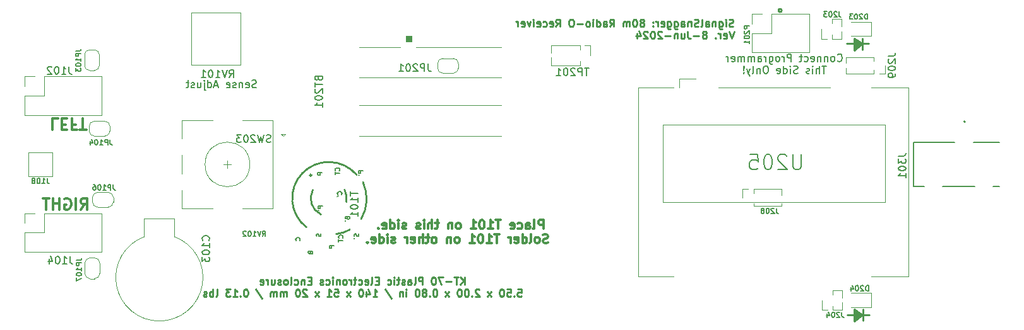
<source format=gbr>
%TF.GenerationSoftware,KiCad,Pcbnew,(6.0.4-0)*%
%TF.CreationDate,2024-06-09T15:54:22-04:00*%
%TF.ProjectId,SignalSnagger,5369676e-616c-4536-9e61-676765722e6b,rev?*%
%TF.SameCoordinates,Original*%
%TF.FileFunction,Legend,Bot*%
%TF.FilePolarity,Positive*%
%FSLAX46Y46*%
G04 Gerber Fmt 4.6, Leading zero omitted, Abs format (unit mm)*
G04 Created by KiCad (PCBNEW (6.0.4-0)) date 2024-06-09 15:54:22*
%MOMM*%
%LPD*%
G01*
G04 APERTURE LIST*
%ADD10C,0.250000*%
%ADD11C,0.300000*%
%ADD12C,0.150000*%
%ADD13C,0.120000*%
%ADD14C,0.127000*%
%ADD15C,0.200000*%
G04 APERTURE END LIST*
D10*
X138824285Y-112347380D02*
X138824285Y-111347380D01*
X138252857Y-112347380D02*
X138681428Y-111775952D01*
X138252857Y-111347380D02*
X138824285Y-111918809D01*
X137967142Y-111347380D02*
X137395714Y-111347380D01*
X137681428Y-112347380D02*
X137681428Y-111347380D01*
X137062380Y-111966428D02*
X136300476Y-111966428D01*
X135919523Y-111347380D02*
X135252857Y-111347380D01*
X135681428Y-112347380D01*
X134681428Y-111347380D02*
X134586190Y-111347380D01*
X134490952Y-111395000D01*
X134443333Y-111442619D01*
X134395714Y-111537857D01*
X134348095Y-111728333D01*
X134348095Y-111966428D01*
X134395714Y-112156904D01*
X134443333Y-112252142D01*
X134490952Y-112299761D01*
X134586190Y-112347380D01*
X134681428Y-112347380D01*
X134776666Y-112299761D01*
X134824285Y-112252142D01*
X134871904Y-112156904D01*
X134919523Y-111966428D01*
X134919523Y-111728333D01*
X134871904Y-111537857D01*
X134824285Y-111442619D01*
X134776666Y-111395000D01*
X134681428Y-111347380D01*
X133157619Y-112347380D02*
X133157619Y-111347380D01*
X132776666Y-111347380D01*
X132681428Y-111395000D01*
X132633809Y-111442619D01*
X132586190Y-111537857D01*
X132586190Y-111680714D01*
X132633809Y-111775952D01*
X132681428Y-111823571D01*
X132776666Y-111871190D01*
X133157619Y-111871190D01*
X132014761Y-112347380D02*
X132110000Y-112299761D01*
X132157619Y-112204523D01*
X132157619Y-111347380D01*
X131205238Y-112347380D02*
X131205238Y-111823571D01*
X131252857Y-111728333D01*
X131348095Y-111680714D01*
X131538571Y-111680714D01*
X131633809Y-111728333D01*
X131205238Y-112299761D02*
X131300476Y-112347380D01*
X131538571Y-112347380D01*
X131633809Y-112299761D01*
X131681428Y-112204523D01*
X131681428Y-112109285D01*
X131633809Y-112014047D01*
X131538571Y-111966428D01*
X131300476Y-111966428D01*
X131205238Y-111918809D01*
X130776666Y-112299761D02*
X130681428Y-112347380D01*
X130490952Y-112347380D01*
X130395714Y-112299761D01*
X130348095Y-112204523D01*
X130348095Y-112156904D01*
X130395714Y-112061666D01*
X130490952Y-112014047D01*
X130633809Y-112014047D01*
X130729047Y-111966428D01*
X130776666Y-111871190D01*
X130776666Y-111823571D01*
X130729047Y-111728333D01*
X130633809Y-111680714D01*
X130490952Y-111680714D01*
X130395714Y-111728333D01*
X130062380Y-111680714D02*
X129681428Y-111680714D01*
X129919523Y-111347380D02*
X129919523Y-112204523D01*
X129871904Y-112299761D01*
X129776666Y-112347380D01*
X129681428Y-112347380D01*
X129348095Y-112347380D02*
X129348095Y-111680714D01*
X129348095Y-111347380D02*
X129395714Y-111395000D01*
X129348095Y-111442619D01*
X129300476Y-111395000D01*
X129348095Y-111347380D01*
X129348095Y-111442619D01*
X128443333Y-112299761D02*
X128538571Y-112347380D01*
X128729047Y-112347380D01*
X128824285Y-112299761D01*
X128871904Y-112252142D01*
X128919523Y-112156904D01*
X128919523Y-111871190D01*
X128871904Y-111775952D01*
X128824285Y-111728333D01*
X128729047Y-111680714D01*
X128538571Y-111680714D01*
X128443333Y-111728333D01*
X127252857Y-111823571D02*
X126919523Y-111823571D01*
X126776666Y-112347380D02*
X127252857Y-112347380D01*
X127252857Y-111347380D01*
X126776666Y-111347380D01*
X126205238Y-112347380D02*
X126300476Y-112299761D01*
X126348095Y-112204523D01*
X126348095Y-111347380D01*
X125443333Y-112299761D02*
X125538571Y-112347380D01*
X125729047Y-112347380D01*
X125824285Y-112299761D01*
X125871904Y-112204523D01*
X125871904Y-111823571D01*
X125824285Y-111728333D01*
X125729047Y-111680714D01*
X125538571Y-111680714D01*
X125443333Y-111728333D01*
X125395714Y-111823571D01*
X125395714Y-111918809D01*
X125871904Y-112014047D01*
X124538571Y-112299761D02*
X124633809Y-112347380D01*
X124824285Y-112347380D01*
X124919523Y-112299761D01*
X124967142Y-112252142D01*
X125014761Y-112156904D01*
X125014761Y-111871190D01*
X124967142Y-111775952D01*
X124919523Y-111728333D01*
X124824285Y-111680714D01*
X124633809Y-111680714D01*
X124538571Y-111728333D01*
X124252857Y-111680714D02*
X123871904Y-111680714D01*
X124110000Y-111347380D02*
X124110000Y-112204523D01*
X124062380Y-112299761D01*
X123967142Y-112347380D01*
X123871904Y-112347380D01*
X123538571Y-112347380D02*
X123538571Y-111680714D01*
X123538571Y-111871190D02*
X123490952Y-111775952D01*
X123443333Y-111728333D01*
X123348095Y-111680714D01*
X123252857Y-111680714D01*
X122776666Y-112347380D02*
X122871904Y-112299761D01*
X122919523Y-112252142D01*
X122967142Y-112156904D01*
X122967142Y-111871190D01*
X122919523Y-111775952D01*
X122871904Y-111728333D01*
X122776666Y-111680714D01*
X122633809Y-111680714D01*
X122538571Y-111728333D01*
X122490952Y-111775952D01*
X122443333Y-111871190D01*
X122443333Y-112156904D01*
X122490952Y-112252142D01*
X122538571Y-112299761D01*
X122633809Y-112347380D01*
X122776666Y-112347380D01*
X122014761Y-111680714D02*
X122014761Y-112347380D01*
X122014761Y-111775952D02*
X121967142Y-111728333D01*
X121871904Y-111680714D01*
X121729047Y-111680714D01*
X121633809Y-111728333D01*
X121586190Y-111823571D01*
X121586190Y-112347380D01*
X121110000Y-112347380D02*
X121110000Y-111680714D01*
X121110000Y-111347380D02*
X121157619Y-111395000D01*
X121110000Y-111442619D01*
X121062380Y-111395000D01*
X121110000Y-111347380D01*
X121110000Y-111442619D01*
X120205238Y-112299761D02*
X120300476Y-112347380D01*
X120490952Y-112347380D01*
X120586190Y-112299761D01*
X120633809Y-112252142D01*
X120681428Y-112156904D01*
X120681428Y-111871190D01*
X120633809Y-111775952D01*
X120586190Y-111728333D01*
X120490952Y-111680714D01*
X120300476Y-111680714D01*
X120205238Y-111728333D01*
X119824285Y-112299761D02*
X119729047Y-112347380D01*
X119538571Y-112347380D01*
X119443333Y-112299761D01*
X119395714Y-112204523D01*
X119395714Y-112156904D01*
X119443333Y-112061666D01*
X119538571Y-112014047D01*
X119681428Y-112014047D01*
X119776666Y-111966428D01*
X119824285Y-111871190D01*
X119824285Y-111823571D01*
X119776666Y-111728333D01*
X119681428Y-111680714D01*
X119538571Y-111680714D01*
X119443333Y-111728333D01*
X118205238Y-111823571D02*
X117871904Y-111823571D01*
X117729047Y-112347380D02*
X118205238Y-112347380D01*
X118205238Y-111347380D01*
X117729047Y-111347380D01*
X117300476Y-111680714D02*
X117300476Y-112347380D01*
X117300476Y-111775952D02*
X117252857Y-111728333D01*
X117157619Y-111680714D01*
X117014761Y-111680714D01*
X116919523Y-111728333D01*
X116871904Y-111823571D01*
X116871904Y-112347380D01*
X115967142Y-112299761D02*
X116062380Y-112347380D01*
X116252857Y-112347380D01*
X116348095Y-112299761D01*
X116395714Y-112252142D01*
X116443333Y-112156904D01*
X116443333Y-111871190D01*
X116395714Y-111775952D01*
X116348095Y-111728333D01*
X116252857Y-111680714D01*
X116062380Y-111680714D01*
X115967142Y-111728333D01*
X115395714Y-112347380D02*
X115490952Y-112299761D01*
X115538571Y-112204523D01*
X115538571Y-111347380D01*
X114871904Y-112347380D02*
X114967142Y-112299761D01*
X115014761Y-112252142D01*
X115062380Y-112156904D01*
X115062380Y-111871190D01*
X115014761Y-111775952D01*
X114967142Y-111728333D01*
X114871904Y-111680714D01*
X114729047Y-111680714D01*
X114633809Y-111728333D01*
X114586190Y-111775952D01*
X114538571Y-111871190D01*
X114538571Y-112156904D01*
X114586190Y-112252142D01*
X114633809Y-112299761D01*
X114729047Y-112347380D01*
X114871904Y-112347380D01*
X114157619Y-112299761D02*
X114062380Y-112347380D01*
X113871904Y-112347380D01*
X113776666Y-112299761D01*
X113729047Y-112204523D01*
X113729047Y-112156904D01*
X113776666Y-112061666D01*
X113871904Y-112014047D01*
X114014761Y-112014047D01*
X114110000Y-111966428D01*
X114157619Y-111871190D01*
X114157619Y-111823571D01*
X114110000Y-111728333D01*
X114014761Y-111680714D01*
X113871904Y-111680714D01*
X113776666Y-111728333D01*
X112871904Y-111680714D02*
X112871904Y-112347380D01*
X113300476Y-111680714D02*
X113300476Y-112204523D01*
X113252857Y-112299761D01*
X113157619Y-112347380D01*
X113014761Y-112347380D01*
X112919523Y-112299761D01*
X112871904Y-112252142D01*
X112395714Y-112347380D02*
X112395714Y-111680714D01*
X112395714Y-111871190D02*
X112348095Y-111775952D01*
X112300476Y-111728333D01*
X112205238Y-111680714D01*
X112110000Y-111680714D01*
X111395714Y-112299761D02*
X111490952Y-112347380D01*
X111681428Y-112347380D01*
X111776666Y-112299761D01*
X111824285Y-112204523D01*
X111824285Y-111823571D01*
X111776666Y-111728333D01*
X111681428Y-111680714D01*
X111490952Y-111680714D01*
X111395714Y-111728333D01*
X111348095Y-111823571D01*
X111348095Y-111918809D01*
X111824285Y-112014047D01*
X145919523Y-112957380D02*
X146395714Y-112957380D01*
X146443333Y-113433571D01*
X146395714Y-113385952D01*
X146300476Y-113338333D01*
X146062380Y-113338333D01*
X145967142Y-113385952D01*
X145919523Y-113433571D01*
X145871904Y-113528809D01*
X145871904Y-113766904D01*
X145919523Y-113862142D01*
X145967142Y-113909761D01*
X146062380Y-113957380D01*
X146300476Y-113957380D01*
X146395714Y-113909761D01*
X146443333Y-113862142D01*
X145443333Y-113862142D02*
X145395714Y-113909761D01*
X145443333Y-113957380D01*
X145490952Y-113909761D01*
X145443333Y-113862142D01*
X145443333Y-113957380D01*
X144490952Y-112957380D02*
X144967142Y-112957380D01*
X145014761Y-113433571D01*
X144967142Y-113385952D01*
X144871904Y-113338333D01*
X144633809Y-113338333D01*
X144538571Y-113385952D01*
X144490952Y-113433571D01*
X144443333Y-113528809D01*
X144443333Y-113766904D01*
X144490952Y-113862142D01*
X144538571Y-113909761D01*
X144633809Y-113957380D01*
X144871904Y-113957380D01*
X144967142Y-113909761D01*
X145014761Y-113862142D01*
X143824285Y-112957380D02*
X143729047Y-112957380D01*
X143633809Y-113005000D01*
X143586190Y-113052619D01*
X143538571Y-113147857D01*
X143490952Y-113338333D01*
X143490952Y-113576428D01*
X143538571Y-113766904D01*
X143586190Y-113862142D01*
X143633809Y-113909761D01*
X143729047Y-113957380D01*
X143824285Y-113957380D01*
X143919523Y-113909761D01*
X143967142Y-113862142D01*
X144014761Y-113766904D01*
X144062380Y-113576428D01*
X144062380Y-113338333D01*
X144014761Y-113147857D01*
X143967142Y-113052619D01*
X143919523Y-113005000D01*
X143824285Y-112957380D01*
X142395714Y-113957380D02*
X141871904Y-113290714D01*
X142395714Y-113290714D02*
X141871904Y-113957380D01*
X140776666Y-113052619D02*
X140729047Y-113005000D01*
X140633809Y-112957380D01*
X140395714Y-112957380D01*
X140300476Y-113005000D01*
X140252857Y-113052619D01*
X140205238Y-113147857D01*
X140205238Y-113243095D01*
X140252857Y-113385952D01*
X140824285Y-113957380D01*
X140205238Y-113957380D01*
X139776666Y-113862142D02*
X139729047Y-113909761D01*
X139776666Y-113957380D01*
X139824285Y-113909761D01*
X139776666Y-113862142D01*
X139776666Y-113957380D01*
X139110000Y-112957380D02*
X139014761Y-112957380D01*
X138919523Y-113005000D01*
X138871904Y-113052619D01*
X138824285Y-113147857D01*
X138776666Y-113338333D01*
X138776666Y-113576428D01*
X138824285Y-113766904D01*
X138871904Y-113862142D01*
X138919523Y-113909761D01*
X139014761Y-113957380D01*
X139110000Y-113957380D01*
X139205238Y-113909761D01*
X139252857Y-113862142D01*
X139300476Y-113766904D01*
X139348095Y-113576428D01*
X139348095Y-113338333D01*
X139300476Y-113147857D01*
X139252857Y-113052619D01*
X139205238Y-113005000D01*
X139110000Y-112957380D01*
X138157619Y-112957380D02*
X138062380Y-112957380D01*
X137967142Y-113005000D01*
X137919523Y-113052619D01*
X137871904Y-113147857D01*
X137824285Y-113338333D01*
X137824285Y-113576428D01*
X137871904Y-113766904D01*
X137919523Y-113862142D01*
X137967142Y-113909761D01*
X138062380Y-113957380D01*
X138157619Y-113957380D01*
X138252857Y-113909761D01*
X138300476Y-113862142D01*
X138348095Y-113766904D01*
X138395714Y-113576428D01*
X138395714Y-113338333D01*
X138348095Y-113147857D01*
X138300476Y-113052619D01*
X138252857Y-113005000D01*
X138157619Y-112957380D01*
X136729047Y-113957380D02*
X136205238Y-113290714D01*
X136729047Y-113290714D02*
X136205238Y-113957380D01*
X134871904Y-112957380D02*
X134776666Y-112957380D01*
X134681428Y-113005000D01*
X134633809Y-113052619D01*
X134586190Y-113147857D01*
X134538571Y-113338333D01*
X134538571Y-113576428D01*
X134586190Y-113766904D01*
X134633809Y-113862142D01*
X134681428Y-113909761D01*
X134776666Y-113957380D01*
X134871904Y-113957380D01*
X134967142Y-113909761D01*
X135014761Y-113862142D01*
X135062380Y-113766904D01*
X135110000Y-113576428D01*
X135110000Y-113338333D01*
X135062380Y-113147857D01*
X135014761Y-113052619D01*
X134967142Y-113005000D01*
X134871904Y-112957380D01*
X134109999Y-113862142D02*
X134062380Y-113909761D01*
X134109999Y-113957380D01*
X134157619Y-113909761D01*
X134109999Y-113862142D01*
X134109999Y-113957380D01*
X133490952Y-113385952D02*
X133586190Y-113338333D01*
X133633809Y-113290714D01*
X133681428Y-113195476D01*
X133681428Y-113147857D01*
X133633809Y-113052619D01*
X133586190Y-113005000D01*
X133490952Y-112957380D01*
X133300476Y-112957380D01*
X133205238Y-113005000D01*
X133157619Y-113052619D01*
X133109999Y-113147857D01*
X133109999Y-113195476D01*
X133157619Y-113290714D01*
X133205238Y-113338333D01*
X133300476Y-113385952D01*
X133490952Y-113385952D01*
X133586190Y-113433571D01*
X133633809Y-113481190D01*
X133681428Y-113576428D01*
X133681428Y-113766904D01*
X133633809Y-113862142D01*
X133586190Y-113909761D01*
X133490952Y-113957380D01*
X133300476Y-113957380D01*
X133205238Y-113909761D01*
X133157619Y-113862142D01*
X133109999Y-113766904D01*
X133109999Y-113576428D01*
X133157619Y-113481190D01*
X133205238Y-113433571D01*
X133300476Y-113385952D01*
X132490952Y-112957380D02*
X132395714Y-112957380D01*
X132300476Y-113005000D01*
X132252857Y-113052619D01*
X132205238Y-113147857D01*
X132157619Y-113338333D01*
X132157619Y-113576428D01*
X132205238Y-113766904D01*
X132252857Y-113862142D01*
X132300476Y-113909761D01*
X132395714Y-113957380D01*
X132490952Y-113957380D01*
X132586190Y-113909761D01*
X132633809Y-113862142D01*
X132681428Y-113766904D01*
X132729047Y-113576428D01*
X132729047Y-113338333D01*
X132681428Y-113147857D01*
X132633809Y-113052619D01*
X132586190Y-113005000D01*
X132490952Y-112957380D01*
X130967142Y-113957380D02*
X130967142Y-113290714D01*
X130967142Y-112957380D02*
X131014761Y-113005000D01*
X130967142Y-113052619D01*
X130919523Y-113005000D01*
X130967142Y-112957380D01*
X130967142Y-113052619D01*
X130490952Y-113290714D02*
X130490952Y-113957380D01*
X130490952Y-113385952D02*
X130443333Y-113338333D01*
X130348095Y-113290714D01*
X130205238Y-113290714D01*
X130109999Y-113338333D01*
X130062380Y-113433571D01*
X130062380Y-113957380D01*
X128109999Y-112909761D02*
X128967142Y-114195476D01*
X126490952Y-113957380D02*
X127062380Y-113957380D01*
X126776666Y-113957380D02*
X126776666Y-112957380D01*
X126871904Y-113100238D01*
X126967142Y-113195476D01*
X127062380Y-113243095D01*
X125633809Y-113290714D02*
X125633809Y-113957380D01*
X125871904Y-112909761D02*
X126109999Y-113624047D01*
X125490952Y-113624047D01*
X124919523Y-112957380D02*
X124824285Y-112957380D01*
X124729047Y-113005000D01*
X124681428Y-113052619D01*
X124633809Y-113147857D01*
X124586190Y-113338333D01*
X124586190Y-113576428D01*
X124633809Y-113766904D01*
X124681428Y-113862142D01*
X124729047Y-113909761D01*
X124824285Y-113957380D01*
X124919523Y-113957380D01*
X125014761Y-113909761D01*
X125062380Y-113862142D01*
X125109999Y-113766904D01*
X125157619Y-113576428D01*
X125157619Y-113338333D01*
X125109999Y-113147857D01*
X125062380Y-113052619D01*
X125014761Y-113005000D01*
X124919523Y-112957380D01*
X123490952Y-113957380D02*
X122967142Y-113290714D01*
X123490952Y-113290714D02*
X122967142Y-113957380D01*
X121348095Y-112957380D02*
X121824285Y-112957380D01*
X121871904Y-113433571D01*
X121824285Y-113385952D01*
X121729047Y-113338333D01*
X121490952Y-113338333D01*
X121395714Y-113385952D01*
X121348095Y-113433571D01*
X121300476Y-113528809D01*
X121300476Y-113766904D01*
X121348095Y-113862142D01*
X121395714Y-113909761D01*
X121490952Y-113957380D01*
X121729047Y-113957380D01*
X121824285Y-113909761D01*
X121871904Y-113862142D01*
X120348095Y-113957380D02*
X120919523Y-113957380D01*
X120633809Y-113957380D02*
X120633809Y-112957380D01*
X120729047Y-113100238D01*
X120824285Y-113195476D01*
X120919523Y-113243095D01*
X119252857Y-113957380D02*
X118729047Y-113290714D01*
X119252857Y-113290714D02*
X118729047Y-113957380D01*
X117633809Y-113052619D02*
X117586190Y-113005000D01*
X117490952Y-112957380D01*
X117252857Y-112957380D01*
X117157619Y-113005000D01*
X117110000Y-113052619D01*
X117062380Y-113147857D01*
X117062380Y-113243095D01*
X117110000Y-113385952D01*
X117681428Y-113957380D01*
X117062380Y-113957380D01*
X116443333Y-112957380D02*
X116348095Y-112957380D01*
X116252857Y-113005000D01*
X116205238Y-113052619D01*
X116157619Y-113147857D01*
X116110000Y-113338333D01*
X116110000Y-113576428D01*
X116157619Y-113766904D01*
X116205238Y-113862142D01*
X116252857Y-113909761D01*
X116348095Y-113957380D01*
X116443333Y-113957380D01*
X116538571Y-113909761D01*
X116586190Y-113862142D01*
X116633809Y-113766904D01*
X116681428Y-113576428D01*
X116681428Y-113338333D01*
X116633809Y-113147857D01*
X116586190Y-113052619D01*
X116538571Y-113005000D01*
X116443333Y-112957380D01*
X114919523Y-113957380D02*
X114919523Y-113290714D01*
X114919523Y-113385952D02*
X114871904Y-113338333D01*
X114776666Y-113290714D01*
X114633809Y-113290714D01*
X114538571Y-113338333D01*
X114490952Y-113433571D01*
X114490952Y-113957380D01*
X114490952Y-113433571D02*
X114443333Y-113338333D01*
X114348095Y-113290714D01*
X114205238Y-113290714D01*
X114110000Y-113338333D01*
X114062380Y-113433571D01*
X114062380Y-113957380D01*
X113586190Y-113957380D02*
X113586190Y-113290714D01*
X113586190Y-113385952D02*
X113538571Y-113338333D01*
X113443333Y-113290714D01*
X113300476Y-113290714D01*
X113205238Y-113338333D01*
X113157619Y-113433571D01*
X113157619Y-113957380D01*
X113157619Y-113433571D02*
X113110000Y-113338333D01*
X113014761Y-113290714D01*
X112871904Y-113290714D01*
X112776666Y-113338333D01*
X112729047Y-113433571D01*
X112729047Y-113957380D01*
X110776666Y-112909761D02*
X111633809Y-114195476D01*
X109490952Y-112957380D02*
X109395714Y-112957380D01*
X109300476Y-113005000D01*
X109252857Y-113052619D01*
X109205238Y-113147857D01*
X109157619Y-113338333D01*
X109157619Y-113576428D01*
X109205238Y-113766904D01*
X109252857Y-113862142D01*
X109300476Y-113909761D01*
X109395714Y-113957380D01*
X109490952Y-113957380D01*
X109586190Y-113909761D01*
X109633809Y-113862142D01*
X109681428Y-113766904D01*
X109729047Y-113576428D01*
X109729047Y-113338333D01*
X109681428Y-113147857D01*
X109633809Y-113052619D01*
X109586190Y-113005000D01*
X109490952Y-112957380D01*
X108729047Y-113862142D02*
X108681428Y-113909761D01*
X108729047Y-113957380D01*
X108776666Y-113909761D01*
X108729047Y-113862142D01*
X108729047Y-113957380D01*
X107729047Y-113957380D02*
X108300476Y-113957380D01*
X108014761Y-113957380D02*
X108014761Y-112957380D01*
X108110000Y-113100238D01*
X108205238Y-113195476D01*
X108300476Y-113243095D01*
X107395714Y-112957380D02*
X106776666Y-112957380D01*
X107110000Y-113338333D01*
X106967142Y-113338333D01*
X106871904Y-113385952D01*
X106824285Y-113433571D01*
X106776666Y-113528809D01*
X106776666Y-113766904D01*
X106824285Y-113862142D01*
X106871904Y-113909761D01*
X106967142Y-113957380D01*
X107252857Y-113957380D01*
X107348095Y-113909761D01*
X107395714Y-113862142D01*
X105443333Y-113957380D02*
X105538571Y-113909761D01*
X105586190Y-113814523D01*
X105586190Y-112957380D01*
X105062380Y-113957380D02*
X105062380Y-112957380D01*
X105062380Y-113338333D02*
X104967142Y-113290714D01*
X104776666Y-113290714D01*
X104681428Y-113338333D01*
X104633809Y-113385952D01*
X104586190Y-113481190D01*
X104586190Y-113766904D01*
X104633809Y-113862142D01*
X104681428Y-113909761D01*
X104776666Y-113957380D01*
X104967142Y-113957380D01*
X105062380Y-113909761D01*
X104205238Y-113909761D02*
X104110000Y-113957380D01*
X103919523Y-113957380D01*
X103824285Y-113909761D01*
X103776666Y-113814523D01*
X103776666Y-113766904D01*
X103824285Y-113671666D01*
X103919523Y-113624047D01*
X104062380Y-113624047D01*
X104157619Y-113576428D01*
X104205238Y-113481190D01*
X104205238Y-113433571D01*
X104157619Y-113338333D01*
X104062380Y-113290714D01*
X103919523Y-113290714D01*
X103824285Y-113338333D01*
D11*
X149354285Y-104846857D02*
X149354285Y-103646857D01*
X148897142Y-103646857D01*
X148782857Y-103704000D01*
X148725714Y-103761142D01*
X148668571Y-103875428D01*
X148668571Y-104046857D01*
X148725714Y-104161142D01*
X148782857Y-104218285D01*
X148897142Y-104275428D01*
X149354285Y-104275428D01*
X147982857Y-104846857D02*
X148097142Y-104789714D01*
X148154285Y-104675428D01*
X148154285Y-103646857D01*
X147011428Y-104846857D02*
X147011428Y-104218285D01*
X147068571Y-104104000D01*
X147182857Y-104046857D01*
X147411428Y-104046857D01*
X147525714Y-104104000D01*
X147011428Y-104789714D02*
X147125714Y-104846857D01*
X147411428Y-104846857D01*
X147525714Y-104789714D01*
X147582857Y-104675428D01*
X147582857Y-104561142D01*
X147525714Y-104446857D01*
X147411428Y-104389714D01*
X147125714Y-104389714D01*
X147011428Y-104332571D01*
X145925714Y-104789714D02*
X146040000Y-104846857D01*
X146268571Y-104846857D01*
X146382857Y-104789714D01*
X146440000Y-104732571D01*
X146497142Y-104618285D01*
X146497142Y-104275428D01*
X146440000Y-104161142D01*
X146382857Y-104104000D01*
X146268571Y-104046857D01*
X146040000Y-104046857D01*
X145925714Y-104104000D01*
X144954285Y-104789714D02*
X145068571Y-104846857D01*
X145297142Y-104846857D01*
X145411428Y-104789714D01*
X145468571Y-104675428D01*
X145468571Y-104218285D01*
X145411428Y-104104000D01*
X145297142Y-104046857D01*
X145068571Y-104046857D01*
X144954285Y-104104000D01*
X144897142Y-104218285D01*
X144897142Y-104332571D01*
X145468571Y-104446857D01*
X143640000Y-103646857D02*
X142954285Y-103646857D01*
X143297142Y-104846857D02*
X143297142Y-103646857D01*
X141925714Y-104846857D02*
X142611428Y-104846857D01*
X142268571Y-104846857D02*
X142268571Y-103646857D01*
X142382857Y-103818285D01*
X142497142Y-103932571D01*
X142611428Y-103989714D01*
X141182857Y-103646857D02*
X141068571Y-103646857D01*
X140954285Y-103704000D01*
X140897142Y-103761142D01*
X140840000Y-103875428D01*
X140782857Y-104104000D01*
X140782857Y-104389714D01*
X140840000Y-104618285D01*
X140897142Y-104732571D01*
X140954285Y-104789714D01*
X141068571Y-104846857D01*
X141182857Y-104846857D01*
X141297142Y-104789714D01*
X141354285Y-104732571D01*
X141411428Y-104618285D01*
X141468571Y-104389714D01*
X141468571Y-104104000D01*
X141411428Y-103875428D01*
X141354285Y-103761142D01*
X141297142Y-103704000D01*
X141182857Y-103646857D01*
X139640000Y-104846857D02*
X140325714Y-104846857D01*
X139982857Y-104846857D02*
X139982857Y-103646857D01*
X140097142Y-103818285D01*
X140211428Y-103932571D01*
X140325714Y-103989714D01*
X138040000Y-104846857D02*
X138154285Y-104789714D01*
X138211428Y-104732571D01*
X138268571Y-104618285D01*
X138268571Y-104275428D01*
X138211428Y-104161142D01*
X138154285Y-104104000D01*
X138040000Y-104046857D01*
X137868571Y-104046857D01*
X137754285Y-104104000D01*
X137697142Y-104161142D01*
X137640000Y-104275428D01*
X137640000Y-104618285D01*
X137697142Y-104732571D01*
X137754285Y-104789714D01*
X137868571Y-104846857D01*
X138040000Y-104846857D01*
X137125714Y-104046857D02*
X137125714Y-104846857D01*
X137125714Y-104161142D02*
X137068571Y-104104000D01*
X136954285Y-104046857D01*
X136782857Y-104046857D01*
X136668571Y-104104000D01*
X136611428Y-104218285D01*
X136611428Y-104846857D01*
X135297142Y-104046857D02*
X134840000Y-104046857D01*
X135125714Y-103646857D02*
X135125714Y-104675428D01*
X135068571Y-104789714D01*
X134954285Y-104846857D01*
X134840000Y-104846857D01*
X134440000Y-104846857D02*
X134440000Y-103646857D01*
X133925714Y-104846857D02*
X133925714Y-104218285D01*
X133982857Y-104104000D01*
X134097142Y-104046857D01*
X134268571Y-104046857D01*
X134382857Y-104104000D01*
X134440000Y-104161142D01*
X133354285Y-104846857D02*
X133354285Y-104046857D01*
X133354285Y-103646857D02*
X133411428Y-103704000D01*
X133354285Y-103761142D01*
X133297142Y-103704000D01*
X133354285Y-103646857D01*
X133354285Y-103761142D01*
X132840000Y-104789714D02*
X132725714Y-104846857D01*
X132497142Y-104846857D01*
X132382857Y-104789714D01*
X132325714Y-104675428D01*
X132325714Y-104618285D01*
X132382857Y-104504000D01*
X132497142Y-104446857D01*
X132668571Y-104446857D01*
X132782857Y-104389714D01*
X132840000Y-104275428D01*
X132840000Y-104218285D01*
X132782857Y-104104000D01*
X132668571Y-104046857D01*
X132497142Y-104046857D01*
X132382857Y-104104000D01*
X130954285Y-104789714D02*
X130840000Y-104846857D01*
X130611428Y-104846857D01*
X130497142Y-104789714D01*
X130440000Y-104675428D01*
X130440000Y-104618285D01*
X130497142Y-104504000D01*
X130611428Y-104446857D01*
X130782857Y-104446857D01*
X130897142Y-104389714D01*
X130954285Y-104275428D01*
X130954285Y-104218285D01*
X130897142Y-104104000D01*
X130782857Y-104046857D01*
X130611428Y-104046857D01*
X130497142Y-104104000D01*
X129925714Y-104846857D02*
X129925714Y-104046857D01*
X129925714Y-103646857D02*
X129982857Y-103704000D01*
X129925714Y-103761142D01*
X129868571Y-103704000D01*
X129925714Y-103646857D01*
X129925714Y-103761142D01*
X128840000Y-104846857D02*
X128840000Y-103646857D01*
X128840000Y-104789714D02*
X128954285Y-104846857D01*
X129182857Y-104846857D01*
X129297142Y-104789714D01*
X129354285Y-104732571D01*
X129411428Y-104618285D01*
X129411428Y-104275428D01*
X129354285Y-104161142D01*
X129297142Y-104104000D01*
X129182857Y-104046857D01*
X128954285Y-104046857D01*
X128840000Y-104104000D01*
X127811428Y-104789714D02*
X127925714Y-104846857D01*
X128154285Y-104846857D01*
X128268571Y-104789714D01*
X128325714Y-104675428D01*
X128325714Y-104218285D01*
X128268571Y-104104000D01*
X128154285Y-104046857D01*
X127925714Y-104046857D01*
X127811428Y-104104000D01*
X127754285Y-104218285D01*
X127754285Y-104332571D01*
X128325714Y-104446857D01*
X127240000Y-104732571D02*
X127182857Y-104789714D01*
X127240000Y-104846857D01*
X127297142Y-104789714D01*
X127240000Y-104732571D01*
X127240000Y-104846857D01*
X149982857Y-106721714D02*
X149811428Y-106778857D01*
X149525714Y-106778857D01*
X149411428Y-106721714D01*
X149354285Y-106664571D01*
X149297142Y-106550285D01*
X149297142Y-106436000D01*
X149354285Y-106321714D01*
X149411428Y-106264571D01*
X149525714Y-106207428D01*
X149754285Y-106150285D01*
X149868571Y-106093142D01*
X149925714Y-106036000D01*
X149982857Y-105921714D01*
X149982857Y-105807428D01*
X149925714Y-105693142D01*
X149868571Y-105636000D01*
X149754285Y-105578857D01*
X149468571Y-105578857D01*
X149297142Y-105636000D01*
X148611428Y-106778857D02*
X148725714Y-106721714D01*
X148782857Y-106664571D01*
X148840000Y-106550285D01*
X148840000Y-106207428D01*
X148782857Y-106093142D01*
X148725714Y-106036000D01*
X148611428Y-105978857D01*
X148440000Y-105978857D01*
X148325714Y-106036000D01*
X148268571Y-106093142D01*
X148211428Y-106207428D01*
X148211428Y-106550285D01*
X148268571Y-106664571D01*
X148325714Y-106721714D01*
X148440000Y-106778857D01*
X148611428Y-106778857D01*
X147525714Y-106778857D02*
X147640000Y-106721714D01*
X147697142Y-106607428D01*
X147697142Y-105578857D01*
X146554285Y-106778857D02*
X146554285Y-105578857D01*
X146554285Y-106721714D02*
X146668571Y-106778857D01*
X146897142Y-106778857D01*
X147011428Y-106721714D01*
X147068571Y-106664571D01*
X147125714Y-106550285D01*
X147125714Y-106207428D01*
X147068571Y-106093142D01*
X147011428Y-106036000D01*
X146897142Y-105978857D01*
X146668571Y-105978857D01*
X146554285Y-106036000D01*
X145525714Y-106721714D02*
X145640000Y-106778857D01*
X145868571Y-106778857D01*
X145982857Y-106721714D01*
X146040000Y-106607428D01*
X146040000Y-106150285D01*
X145982857Y-106036000D01*
X145868571Y-105978857D01*
X145640000Y-105978857D01*
X145525714Y-106036000D01*
X145468571Y-106150285D01*
X145468571Y-106264571D01*
X146040000Y-106378857D01*
X144954285Y-106778857D02*
X144954285Y-105978857D01*
X144954285Y-106207428D02*
X144897142Y-106093142D01*
X144840000Y-106036000D01*
X144725714Y-105978857D01*
X144611428Y-105978857D01*
X143468571Y-105578857D02*
X142782857Y-105578857D01*
X143125714Y-106778857D02*
X143125714Y-105578857D01*
X141754285Y-106778857D02*
X142440000Y-106778857D01*
X142097142Y-106778857D02*
X142097142Y-105578857D01*
X142211428Y-105750285D01*
X142325714Y-105864571D01*
X142440000Y-105921714D01*
X141011428Y-105578857D02*
X140897142Y-105578857D01*
X140782857Y-105636000D01*
X140725714Y-105693142D01*
X140668571Y-105807428D01*
X140611428Y-106036000D01*
X140611428Y-106321714D01*
X140668571Y-106550285D01*
X140725714Y-106664571D01*
X140782857Y-106721714D01*
X140897142Y-106778857D01*
X141011428Y-106778857D01*
X141125714Y-106721714D01*
X141182857Y-106664571D01*
X141240000Y-106550285D01*
X141297142Y-106321714D01*
X141297142Y-106036000D01*
X141240000Y-105807428D01*
X141182857Y-105693142D01*
X141125714Y-105636000D01*
X141011428Y-105578857D01*
X139468571Y-106778857D02*
X140154285Y-106778857D01*
X139811428Y-106778857D02*
X139811428Y-105578857D01*
X139925714Y-105750285D01*
X140040000Y-105864571D01*
X140154285Y-105921714D01*
X137868571Y-106778857D02*
X137982857Y-106721714D01*
X138040000Y-106664571D01*
X138097142Y-106550285D01*
X138097142Y-106207428D01*
X138040000Y-106093142D01*
X137982857Y-106036000D01*
X137868571Y-105978857D01*
X137697142Y-105978857D01*
X137582857Y-106036000D01*
X137525714Y-106093142D01*
X137468571Y-106207428D01*
X137468571Y-106550285D01*
X137525714Y-106664571D01*
X137582857Y-106721714D01*
X137697142Y-106778857D01*
X137868571Y-106778857D01*
X136954285Y-105978857D02*
X136954285Y-106778857D01*
X136954285Y-106093142D02*
X136897142Y-106036000D01*
X136782857Y-105978857D01*
X136611428Y-105978857D01*
X136497142Y-106036000D01*
X136440000Y-106150285D01*
X136440000Y-106778857D01*
X134782857Y-106778857D02*
X134897142Y-106721714D01*
X134954285Y-106664571D01*
X135011428Y-106550285D01*
X135011428Y-106207428D01*
X134954285Y-106093142D01*
X134897142Y-106036000D01*
X134782857Y-105978857D01*
X134611428Y-105978857D01*
X134497142Y-106036000D01*
X134440000Y-106093142D01*
X134382857Y-106207428D01*
X134382857Y-106550285D01*
X134440000Y-106664571D01*
X134497142Y-106721714D01*
X134611428Y-106778857D01*
X134782857Y-106778857D01*
X134040000Y-105978857D02*
X133582857Y-105978857D01*
X133868571Y-105578857D02*
X133868571Y-106607428D01*
X133811428Y-106721714D01*
X133697142Y-106778857D01*
X133582857Y-106778857D01*
X133182857Y-106778857D02*
X133182857Y-105578857D01*
X132668571Y-106778857D02*
X132668571Y-106150285D01*
X132725714Y-106036000D01*
X132840000Y-105978857D01*
X133011428Y-105978857D01*
X133125714Y-106036000D01*
X133182857Y-106093142D01*
X131640000Y-106721714D02*
X131754285Y-106778857D01*
X131982857Y-106778857D01*
X132097142Y-106721714D01*
X132154285Y-106607428D01*
X132154285Y-106150285D01*
X132097142Y-106036000D01*
X131982857Y-105978857D01*
X131754285Y-105978857D01*
X131640000Y-106036000D01*
X131582857Y-106150285D01*
X131582857Y-106264571D01*
X132154285Y-106378857D01*
X131068571Y-106778857D02*
X131068571Y-105978857D01*
X131068571Y-106207428D02*
X131011428Y-106093142D01*
X130954285Y-106036000D01*
X130840000Y-105978857D01*
X130725714Y-105978857D01*
X129468571Y-106721714D02*
X129354285Y-106778857D01*
X129125714Y-106778857D01*
X129011428Y-106721714D01*
X128954285Y-106607428D01*
X128954285Y-106550285D01*
X129011428Y-106436000D01*
X129125714Y-106378857D01*
X129297142Y-106378857D01*
X129411428Y-106321714D01*
X129468571Y-106207428D01*
X129468571Y-106150285D01*
X129411428Y-106036000D01*
X129297142Y-105978857D01*
X129125714Y-105978857D01*
X129011428Y-106036000D01*
X128440000Y-106778857D02*
X128440000Y-105978857D01*
X128440000Y-105578857D02*
X128497142Y-105636000D01*
X128440000Y-105693142D01*
X128382857Y-105636000D01*
X128440000Y-105578857D01*
X128440000Y-105693142D01*
X127354285Y-106778857D02*
X127354285Y-105578857D01*
X127354285Y-106721714D02*
X127468571Y-106778857D01*
X127697142Y-106778857D01*
X127811428Y-106721714D01*
X127868571Y-106664571D01*
X127925714Y-106550285D01*
X127925714Y-106207428D01*
X127868571Y-106093142D01*
X127811428Y-106036000D01*
X127697142Y-105978857D01*
X127468571Y-105978857D01*
X127354285Y-106036000D01*
X126325714Y-106721714D02*
X126440000Y-106778857D01*
X126668571Y-106778857D01*
X126782857Y-106721714D01*
X126840000Y-106607428D01*
X126840000Y-106150285D01*
X126782857Y-106036000D01*
X126668571Y-105978857D01*
X126440000Y-105978857D01*
X126325714Y-106036000D01*
X126268571Y-106150285D01*
X126268571Y-106264571D01*
X126840000Y-106378857D01*
X125754285Y-106664571D02*
X125697142Y-106721714D01*
X125754285Y-106778857D01*
X125811428Y-106721714D01*
X125754285Y-106664571D01*
X125754285Y-106778857D01*
X84261428Y-90031428D02*
X83547142Y-90031428D01*
X83547142Y-91531428D01*
X84761428Y-90817142D02*
X85261428Y-90817142D01*
X85475714Y-90031428D02*
X84761428Y-90031428D01*
X84761428Y-91531428D01*
X85475714Y-91531428D01*
X86618571Y-90817142D02*
X86118571Y-90817142D01*
X86118571Y-90031428D02*
X86118571Y-91531428D01*
X86832857Y-91531428D01*
X87190000Y-91531428D02*
X88047142Y-91531428D01*
X87618571Y-90031428D02*
X87618571Y-91531428D01*
X87300000Y-102248571D02*
X87800000Y-101534285D01*
X88157142Y-102248571D02*
X88157142Y-100748571D01*
X87585714Y-100748571D01*
X87442857Y-100820000D01*
X87371428Y-100891428D01*
X87300000Y-101034285D01*
X87300000Y-101248571D01*
X87371428Y-101391428D01*
X87442857Y-101462857D01*
X87585714Y-101534285D01*
X88157142Y-101534285D01*
X86657142Y-102248571D02*
X86657142Y-100748571D01*
X85157142Y-100820000D02*
X85300000Y-100748571D01*
X85514285Y-100748571D01*
X85728571Y-100820000D01*
X85871428Y-100962857D01*
X85942857Y-101105714D01*
X86014285Y-101391428D01*
X86014285Y-101605714D01*
X85942857Y-101891428D01*
X85871428Y-102034285D01*
X85728571Y-102177142D01*
X85514285Y-102248571D01*
X85371428Y-102248571D01*
X85157142Y-102177142D01*
X85085714Y-102105714D01*
X85085714Y-101605714D01*
X85371428Y-101605714D01*
X84442857Y-102248571D02*
X84442857Y-100748571D01*
X84442857Y-101462857D02*
X83585714Y-101462857D01*
X83585714Y-102248571D02*
X83585714Y-100748571D01*
X83085714Y-100748571D02*
X82228571Y-100748571D01*
X82657142Y-102248571D02*
X82657142Y-100748571D01*
D12*
X188809047Y-82252142D02*
X188856666Y-82299761D01*
X188999523Y-82347380D01*
X189094761Y-82347380D01*
X189237619Y-82299761D01*
X189332857Y-82204523D01*
X189380476Y-82109285D01*
X189428095Y-81918809D01*
X189428095Y-81775952D01*
X189380476Y-81585476D01*
X189332857Y-81490238D01*
X189237619Y-81395000D01*
X189094761Y-81347380D01*
X188999523Y-81347380D01*
X188856666Y-81395000D01*
X188809047Y-81442619D01*
X188237619Y-82347380D02*
X188332857Y-82299761D01*
X188380476Y-82252142D01*
X188428095Y-82156904D01*
X188428095Y-81871190D01*
X188380476Y-81775952D01*
X188332857Y-81728333D01*
X188237619Y-81680714D01*
X188094761Y-81680714D01*
X187999523Y-81728333D01*
X187951904Y-81775952D01*
X187904285Y-81871190D01*
X187904285Y-82156904D01*
X187951904Y-82252142D01*
X187999523Y-82299761D01*
X188094761Y-82347380D01*
X188237619Y-82347380D01*
X187475714Y-81680714D02*
X187475714Y-82347380D01*
X187475714Y-81775952D02*
X187428095Y-81728333D01*
X187332857Y-81680714D01*
X187190000Y-81680714D01*
X187094761Y-81728333D01*
X187047142Y-81823571D01*
X187047142Y-82347380D01*
X186570952Y-81680714D02*
X186570952Y-82347380D01*
X186570952Y-81775952D02*
X186523333Y-81728333D01*
X186428095Y-81680714D01*
X186285238Y-81680714D01*
X186190000Y-81728333D01*
X186142380Y-81823571D01*
X186142380Y-82347380D01*
X185285238Y-82299761D02*
X185380476Y-82347380D01*
X185570952Y-82347380D01*
X185666190Y-82299761D01*
X185713809Y-82204523D01*
X185713809Y-81823571D01*
X185666190Y-81728333D01*
X185570952Y-81680714D01*
X185380476Y-81680714D01*
X185285238Y-81728333D01*
X185237619Y-81823571D01*
X185237619Y-81918809D01*
X185713809Y-82014047D01*
X184380476Y-82299761D02*
X184475714Y-82347380D01*
X184666190Y-82347380D01*
X184761428Y-82299761D01*
X184809047Y-82252142D01*
X184856666Y-82156904D01*
X184856666Y-81871190D01*
X184809047Y-81775952D01*
X184761428Y-81728333D01*
X184666190Y-81680714D01*
X184475714Y-81680714D01*
X184380476Y-81728333D01*
X184094761Y-81680714D02*
X183713809Y-81680714D01*
X183951904Y-81347380D02*
X183951904Y-82204523D01*
X183904285Y-82299761D01*
X183809047Y-82347380D01*
X183713809Y-82347380D01*
X182618571Y-82347380D02*
X182618571Y-81347380D01*
X182237619Y-81347380D01*
X182142380Y-81395000D01*
X182094761Y-81442619D01*
X182047142Y-81537857D01*
X182047142Y-81680714D01*
X182094761Y-81775952D01*
X182142380Y-81823571D01*
X182237619Y-81871190D01*
X182618571Y-81871190D01*
X181618571Y-82347380D02*
X181618571Y-81680714D01*
X181618571Y-81871190D02*
X181570952Y-81775952D01*
X181523333Y-81728333D01*
X181428095Y-81680714D01*
X181332857Y-81680714D01*
X180856666Y-82347380D02*
X180951904Y-82299761D01*
X180999523Y-82252142D01*
X181047142Y-82156904D01*
X181047142Y-81871190D01*
X180999523Y-81775952D01*
X180951904Y-81728333D01*
X180856666Y-81680714D01*
X180713809Y-81680714D01*
X180618571Y-81728333D01*
X180570952Y-81775952D01*
X180523333Y-81871190D01*
X180523333Y-82156904D01*
X180570952Y-82252142D01*
X180618571Y-82299761D01*
X180713809Y-82347380D01*
X180856666Y-82347380D01*
X179666190Y-81680714D02*
X179666190Y-82490238D01*
X179713809Y-82585476D01*
X179761428Y-82633095D01*
X179856666Y-82680714D01*
X179999523Y-82680714D01*
X180094761Y-82633095D01*
X179666190Y-82299761D02*
X179761428Y-82347380D01*
X179951904Y-82347380D01*
X180047142Y-82299761D01*
X180094761Y-82252142D01*
X180142380Y-82156904D01*
X180142380Y-81871190D01*
X180094761Y-81775952D01*
X180047142Y-81728333D01*
X179951904Y-81680714D01*
X179761428Y-81680714D01*
X179666190Y-81728333D01*
X179190000Y-82347380D02*
X179190000Y-81680714D01*
X179190000Y-81871190D02*
X179142380Y-81775952D01*
X179094761Y-81728333D01*
X178999523Y-81680714D01*
X178904285Y-81680714D01*
X178142380Y-82347380D02*
X178142380Y-81823571D01*
X178190000Y-81728333D01*
X178285238Y-81680714D01*
X178475714Y-81680714D01*
X178570952Y-81728333D01*
X178142380Y-82299761D02*
X178237619Y-82347380D01*
X178475714Y-82347380D01*
X178570952Y-82299761D01*
X178618571Y-82204523D01*
X178618571Y-82109285D01*
X178570952Y-82014047D01*
X178475714Y-81966428D01*
X178237619Y-81966428D01*
X178142380Y-81918809D01*
X177666190Y-82347380D02*
X177666190Y-81680714D01*
X177666190Y-81775952D02*
X177618571Y-81728333D01*
X177523333Y-81680714D01*
X177380476Y-81680714D01*
X177285238Y-81728333D01*
X177237619Y-81823571D01*
X177237619Y-82347380D01*
X177237619Y-81823571D02*
X177190000Y-81728333D01*
X177094761Y-81680714D01*
X176951904Y-81680714D01*
X176856666Y-81728333D01*
X176809047Y-81823571D01*
X176809047Y-82347380D01*
X176332857Y-82347380D02*
X176332857Y-81680714D01*
X176332857Y-81775952D02*
X176285238Y-81728333D01*
X176190000Y-81680714D01*
X176047142Y-81680714D01*
X175951904Y-81728333D01*
X175904285Y-81823571D01*
X175904285Y-82347380D01*
X175904285Y-81823571D02*
X175856666Y-81728333D01*
X175761428Y-81680714D01*
X175618571Y-81680714D01*
X175523333Y-81728333D01*
X175475714Y-81823571D01*
X175475714Y-82347380D01*
X174618571Y-82299761D02*
X174713809Y-82347380D01*
X174904285Y-82347380D01*
X174999523Y-82299761D01*
X175047142Y-82204523D01*
X175047142Y-81823571D01*
X174999523Y-81728333D01*
X174904285Y-81680714D01*
X174713809Y-81680714D01*
X174618571Y-81728333D01*
X174570952Y-81823571D01*
X174570952Y-81918809D01*
X175047142Y-82014047D01*
X174142380Y-82347380D02*
X174142380Y-81680714D01*
X174142380Y-81871190D02*
X174094761Y-81775952D01*
X174047142Y-81728333D01*
X173951904Y-81680714D01*
X173856666Y-81680714D01*
X187285238Y-82957380D02*
X186713809Y-82957380D01*
X186999523Y-83957380D02*
X186999523Y-82957380D01*
X186380476Y-83957380D02*
X186380476Y-82957380D01*
X185951904Y-83957380D02*
X185951904Y-83433571D01*
X185999523Y-83338333D01*
X186094761Y-83290714D01*
X186237619Y-83290714D01*
X186332857Y-83338333D01*
X186380476Y-83385952D01*
X185475714Y-83957380D02*
X185475714Y-83290714D01*
X185475714Y-82957380D02*
X185523333Y-83005000D01*
X185475714Y-83052619D01*
X185428095Y-83005000D01*
X185475714Y-82957380D01*
X185475714Y-83052619D01*
X185047142Y-83909761D02*
X184951904Y-83957380D01*
X184761428Y-83957380D01*
X184666190Y-83909761D01*
X184618571Y-83814523D01*
X184618571Y-83766904D01*
X184666190Y-83671666D01*
X184761428Y-83624047D01*
X184904285Y-83624047D01*
X184999523Y-83576428D01*
X185047142Y-83481190D01*
X185047142Y-83433571D01*
X184999523Y-83338333D01*
X184904285Y-83290714D01*
X184761428Y-83290714D01*
X184666190Y-83338333D01*
X183475714Y-83909761D02*
X183332857Y-83957380D01*
X183094761Y-83957380D01*
X182999523Y-83909761D01*
X182951904Y-83862142D01*
X182904285Y-83766904D01*
X182904285Y-83671666D01*
X182951904Y-83576428D01*
X182999523Y-83528809D01*
X183094761Y-83481190D01*
X183285238Y-83433571D01*
X183380476Y-83385952D01*
X183428095Y-83338333D01*
X183475714Y-83243095D01*
X183475714Y-83147857D01*
X183428095Y-83052619D01*
X183380476Y-83005000D01*
X183285238Y-82957380D01*
X183047142Y-82957380D01*
X182904285Y-83005000D01*
X182475714Y-83957380D02*
X182475714Y-83290714D01*
X182475714Y-82957380D02*
X182523333Y-83005000D01*
X182475714Y-83052619D01*
X182428095Y-83005000D01*
X182475714Y-82957380D01*
X182475714Y-83052619D01*
X181570952Y-83957380D02*
X181570952Y-82957380D01*
X181570952Y-83909761D02*
X181666190Y-83957380D01*
X181856666Y-83957380D01*
X181951904Y-83909761D01*
X181999523Y-83862142D01*
X182047142Y-83766904D01*
X182047142Y-83481190D01*
X181999523Y-83385952D01*
X181951904Y-83338333D01*
X181856666Y-83290714D01*
X181666190Y-83290714D01*
X181570952Y-83338333D01*
X180713809Y-83909761D02*
X180809047Y-83957380D01*
X180999523Y-83957380D01*
X181094761Y-83909761D01*
X181142380Y-83814523D01*
X181142380Y-83433571D01*
X181094761Y-83338333D01*
X180999523Y-83290714D01*
X180809047Y-83290714D01*
X180713809Y-83338333D01*
X180666190Y-83433571D01*
X180666190Y-83528809D01*
X181142380Y-83624047D01*
X179285238Y-82957380D02*
X179094761Y-82957380D01*
X178999523Y-83005000D01*
X178904285Y-83100238D01*
X178856666Y-83290714D01*
X178856666Y-83624047D01*
X178904285Y-83814523D01*
X178999523Y-83909761D01*
X179094761Y-83957380D01*
X179285238Y-83957380D01*
X179380476Y-83909761D01*
X179475714Y-83814523D01*
X179523333Y-83624047D01*
X179523333Y-83290714D01*
X179475714Y-83100238D01*
X179380476Y-83005000D01*
X179285238Y-82957380D01*
X178428095Y-83290714D02*
X178428095Y-83957380D01*
X178428095Y-83385952D02*
X178380476Y-83338333D01*
X178285238Y-83290714D01*
X178142380Y-83290714D01*
X178047142Y-83338333D01*
X177999523Y-83433571D01*
X177999523Y-83957380D01*
X177380476Y-83957380D02*
X177475714Y-83909761D01*
X177523333Y-83814523D01*
X177523333Y-82957380D01*
X177094761Y-83290714D02*
X176856666Y-83957380D01*
X176618571Y-83290714D02*
X176856666Y-83957380D01*
X176951904Y-84195476D01*
X176999523Y-84243095D01*
X177094761Y-84290714D01*
X176237619Y-83862142D02*
X176190000Y-83909761D01*
X176237619Y-83957380D01*
X176285238Y-83909761D01*
X176237619Y-83862142D01*
X176237619Y-83957380D01*
X176237619Y-83576428D02*
X176285238Y-83005000D01*
X176237619Y-82957380D01*
X176190000Y-83005000D01*
X176237619Y-83576428D01*
X176237619Y-82957380D01*
D10*
X174827023Y-77619761D02*
X174684166Y-77667380D01*
X174446071Y-77667380D01*
X174350833Y-77619761D01*
X174303214Y-77572142D01*
X174255595Y-77476904D01*
X174255595Y-77381666D01*
X174303214Y-77286428D01*
X174350833Y-77238809D01*
X174446071Y-77191190D01*
X174636547Y-77143571D01*
X174731785Y-77095952D01*
X174779404Y-77048333D01*
X174827023Y-76953095D01*
X174827023Y-76857857D01*
X174779404Y-76762619D01*
X174731785Y-76715000D01*
X174636547Y-76667380D01*
X174398452Y-76667380D01*
X174255595Y-76715000D01*
X173827023Y-77667380D02*
X173827023Y-77000714D01*
X173827023Y-76667380D02*
X173874642Y-76715000D01*
X173827023Y-76762619D01*
X173779404Y-76715000D01*
X173827023Y-76667380D01*
X173827023Y-76762619D01*
X172922261Y-77000714D02*
X172922261Y-77810238D01*
X172969880Y-77905476D01*
X173017500Y-77953095D01*
X173112738Y-78000714D01*
X173255595Y-78000714D01*
X173350833Y-77953095D01*
X172922261Y-77619761D02*
X173017500Y-77667380D01*
X173207976Y-77667380D01*
X173303214Y-77619761D01*
X173350833Y-77572142D01*
X173398452Y-77476904D01*
X173398452Y-77191190D01*
X173350833Y-77095952D01*
X173303214Y-77048333D01*
X173207976Y-77000714D01*
X173017500Y-77000714D01*
X172922261Y-77048333D01*
X172446071Y-77000714D02*
X172446071Y-77667380D01*
X172446071Y-77095952D02*
X172398452Y-77048333D01*
X172303214Y-77000714D01*
X172160357Y-77000714D01*
X172065119Y-77048333D01*
X172017500Y-77143571D01*
X172017500Y-77667380D01*
X171112738Y-77667380D02*
X171112738Y-77143571D01*
X171160357Y-77048333D01*
X171255595Y-77000714D01*
X171446071Y-77000714D01*
X171541309Y-77048333D01*
X171112738Y-77619761D02*
X171207976Y-77667380D01*
X171446071Y-77667380D01*
X171541309Y-77619761D01*
X171588928Y-77524523D01*
X171588928Y-77429285D01*
X171541309Y-77334047D01*
X171446071Y-77286428D01*
X171207976Y-77286428D01*
X171112738Y-77238809D01*
X170493690Y-77667380D02*
X170588928Y-77619761D01*
X170636547Y-77524523D01*
X170636547Y-76667380D01*
X170160357Y-77619761D02*
X170017500Y-77667380D01*
X169779404Y-77667380D01*
X169684166Y-77619761D01*
X169636547Y-77572142D01*
X169588928Y-77476904D01*
X169588928Y-77381666D01*
X169636547Y-77286428D01*
X169684166Y-77238809D01*
X169779404Y-77191190D01*
X169969880Y-77143571D01*
X170065119Y-77095952D01*
X170112738Y-77048333D01*
X170160357Y-76953095D01*
X170160357Y-76857857D01*
X170112738Y-76762619D01*
X170065119Y-76715000D01*
X169969880Y-76667380D01*
X169731785Y-76667380D01*
X169588928Y-76715000D01*
X169160357Y-77000714D02*
X169160357Y-77667380D01*
X169160357Y-77095952D02*
X169112738Y-77048333D01*
X169017500Y-77000714D01*
X168874642Y-77000714D01*
X168779404Y-77048333D01*
X168731785Y-77143571D01*
X168731785Y-77667380D01*
X167827023Y-77667380D02*
X167827023Y-77143571D01*
X167874642Y-77048333D01*
X167969880Y-77000714D01*
X168160357Y-77000714D01*
X168255595Y-77048333D01*
X167827023Y-77619761D02*
X167922261Y-77667380D01*
X168160357Y-77667380D01*
X168255595Y-77619761D01*
X168303214Y-77524523D01*
X168303214Y-77429285D01*
X168255595Y-77334047D01*
X168160357Y-77286428D01*
X167922261Y-77286428D01*
X167827023Y-77238809D01*
X166922261Y-77000714D02*
X166922261Y-77810238D01*
X166969880Y-77905476D01*
X167017500Y-77953095D01*
X167112738Y-78000714D01*
X167255595Y-78000714D01*
X167350833Y-77953095D01*
X166922261Y-77619761D02*
X167017500Y-77667380D01*
X167207976Y-77667380D01*
X167303214Y-77619761D01*
X167350833Y-77572142D01*
X167398452Y-77476904D01*
X167398452Y-77191190D01*
X167350833Y-77095952D01*
X167303214Y-77048333D01*
X167207976Y-77000714D01*
X167017500Y-77000714D01*
X166922261Y-77048333D01*
X166017500Y-77000714D02*
X166017500Y-77810238D01*
X166065119Y-77905476D01*
X166112738Y-77953095D01*
X166207976Y-78000714D01*
X166350833Y-78000714D01*
X166446071Y-77953095D01*
X166017500Y-77619761D02*
X166112738Y-77667380D01*
X166303214Y-77667380D01*
X166398452Y-77619761D01*
X166446071Y-77572142D01*
X166493690Y-77476904D01*
X166493690Y-77191190D01*
X166446071Y-77095952D01*
X166398452Y-77048333D01*
X166303214Y-77000714D01*
X166112738Y-77000714D01*
X166017500Y-77048333D01*
X165160357Y-77619761D02*
X165255595Y-77667380D01*
X165446071Y-77667380D01*
X165541309Y-77619761D01*
X165588928Y-77524523D01*
X165588928Y-77143571D01*
X165541309Y-77048333D01*
X165446071Y-77000714D01*
X165255595Y-77000714D01*
X165160357Y-77048333D01*
X165112738Y-77143571D01*
X165112738Y-77238809D01*
X165588928Y-77334047D01*
X164684166Y-77667380D02*
X164684166Y-77000714D01*
X164684166Y-77191190D02*
X164636547Y-77095952D01*
X164588928Y-77048333D01*
X164493690Y-77000714D01*
X164398452Y-77000714D01*
X164065119Y-77572142D02*
X164017500Y-77619761D01*
X164065119Y-77667380D01*
X164112738Y-77619761D01*
X164065119Y-77572142D01*
X164065119Y-77667380D01*
X164065119Y-77048333D02*
X164017500Y-77095952D01*
X164065119Y-77143571D01*
X164112738Y-77095952D01*
X164065119Y-77048333D01*
X164065119Y-77143571D01*
X162684166Y-77095952D02*
X162779404Y-77048333D01*
X162827023Y-77000714D01*
X162874642Y-76905476D01*
X162874642Y-76857857D01*
X162827023Y-76762619D01*
X162779404Y-76715000D01*
X162684166Y-76667380D01*
X162493690Y-76667380D01*
X162398452Y-76715000D01*
X162350833Y-76762619D01*
X162303214Y-76857857D01*
X162303214Y-76905476D01*
X162350833Y-77000714D01*
X162398452Y-77048333D01*
X162493690Y-77095952D01*
X162684166Y-77095952D01*
X162779404Y-77143571D01*
X162827023Y-77191190D01*
X162874642Y-77286428D01*
X162874642Y-77476904D01*
X162827023Y-77572142D01*
X162779404Y-77619761D01*
X162684166Y-77667380D01*
X162493690Y-77667380D01*
X162398452Y-77619761D01*
X162350833Y-77572142D01*
X162303214Y-77476904D01*
X162303214Y-77286428D01*
X162350833Y-77191190D01*
X162398452Y-77143571D01*
X162493690Y-77095952D01*
X161684166Y-76667380D02*
X161588928Y-76667380D01*
X161493690Y-76715000D01*
X161446071Y-76762619D01*
X161398452Y-76857857D01*
X161350833Y-77048333D01*
X161350833Y-77286428D01*
X161398452Y-77476904D01*
X161446071Y-77572142D01*
X161493690Y-77619761D01*
X161588928Y-77667380D01*
X161684166Y-77667380D01*
X161779404Y-77619761D01*
X161827023Y-77572142D01*
X161874642Y-77476904D01*
X161922261Y-77286428D01*
X161922261Y-77048333D01*
X161874642Y-76857857D01*
X161827023Y-76762619D01*
X161779404Y-76715000D01*
X161684166Y-76667380D01*
X160922261Y-77667380D02*
X160922261Y-77000714D01*
X160922261Y-77095952D02*
X160874642Y-77048333D01*
X160779404Y-77000714D01*
X160636547Y-77000714D01*
X160541309Y-77048333D01*
X160493690Y-77143571D01*
X160493690Y-77667380D01*
X160493690Y-77143571D02*
X160446071Y-77048333D01*
X160350833Y-77000714D01*
X160207976Y-77000714D01*
X160112738Y-77048333D01*
X160065119Y-77143571D01*
X160065119Y-77667380D01*
X158255595Y-77667380D02*
X158588928Y-77191190D01*
X158827023Y-77667380D02*
X158827023Y-76667380D01*
X158446071Y-76667380D01*
X158350833Y-76715000D01*
X158303214Y-76762619D01*
X158255595Y-76857857D01*
X158255595Y-77000714D01*
X158303214Y-77095952D01*
X158350833Y-77143571D01*
X158446071Y-77191190D01*
X158827023Y-77191190D01*
X157398452Y-77667380D02*
X157398452Y-77143571D01*
X157446071Y-77048333D01*
X157541309Y-77000714D01*
X157731785Y-77000714D01*
X157827023Y-77048333D01*
X157398452Y-77619761D02*
X157493690Y-77667380D01*
X157731785Y-77667380D01*
X157827023Y-77619761D01*
X157874642Y-77524523D01*
X157874642Y-77429285D01*
X157827023Y-77334047D01*
X157731785Y-77286428D01*
X157493690Y-77286428D01*
X157398452Y-77238809D01*
X156493690Y-77667380D02*
X156493690Y-76667380D01*
X156493690Y-77619761D02*
X156588928Y-77667380D01*
X156779404Y-77667380D01*
X156874642Y-77619761D01*
X156922261Y-77572142D01*
X156969880Y-77476904D01*
X156969880Y-77191190D01*
X156922261Y-77095952D01*
X156874642Y-77048333D01*
X156779404Y-77000714D01*
X156588928Y-77000714D01*
X156493690Y-77048333D01*
X156017500Y-77667380D02*
X156017500Y-77000714D01*
X156017500Y-76667380D02*
X156065119Y-76715000D01*
X156017500Y-76762619D01*
X155969880Y-76715000D01*
X156017500Y-76667380D01*
X156017500Y-76762619D01*
X155398452Y-77667380D02*
X155493690Y-77619761D01*
X155541309Y-77572142D01*
X155588928Y-77476904D01*
X155588928Y-77191190D01*
X155541309Y-77095952D01*
X155493690Y-77048333D01*
X155398452Y-77000714D01*
X155255595Y-77000714D01*
X155160357Y-77048333D01*
X155112738Y-77095952D01*
X155065119Y-77191190D01*
X155065119Y-77476904D01*
X155112738Y-77572142D01*
X155160357Y-77619761D01*
X155255595Y-77667380D01*
X155398452Y-77667380D01*
X154636547Y-77286428D02*
X153874642Y-77286428D01*
X153207976Y-76667380D02*
X153017500Y-76667380D01*
X152922261Y-76715000D01*
X152827023Y-76810238D01*
X152779404Y-77000714D01*
X152779404Y-77334047D01*
X152827023Y-77524523D01*
X152922261Y-77619761D01*
X153017500Y-77667380D01*
X153207976Y-77667380D01*
X153303214Y-77619761D01*
X153398452Y-77524523D01*
X153446071Y-77334047D01*
X153446071Y-77000714D01*
X153398452Y-76810238D01*
X153303214Y-76715000D01*
X153207976Y-76667380D01*
X151017500Y-77667380D02*
X151350833Y-77191190D01*
X151588928Y-77667380D02*
X151588928Y-76667380D01*
X151207976Y-76667380D01*
X151112738Y-76715000D01*
X151065119Y-76762619D01*
X151017500Y-76857857D01*
X151017500Y-77000714D01*
X151065119Y-77095952D01*
X151112738Y-77143571D01*
X151207976Y-77191190D01*
X151588928Y-77191190D01*
X150207976Y-77619761D02*
X150303214Y-77667380D01*
X150493690Y-77667380D01*
X150588928Y-77619761D01*
X150636547Y-77524523D01*
X150636547Y-77143571D01*
X150588928Y-77048333D01*
X150493690Y-77000714D01*
X150303214Y-77000714D01*
X150207976Y-77048333D01*
X150160357Y-77143571D01*
X150160357Y-77238809D01*
X150636547Y-77334047D01*
X149303214Y-77619761D02*
X149398452Y-77667380D01*
X149588928Y-77667380D01*
X149684166Y-77619761D01*
X149731785Y-77572142D01*
X149779404Y-77476904D01*
X149779404Y-77191190D01*
X149731785Y-77095952D01*
X149684166Y-77048333D01*
X149588928Y-77000714D01*
X149398452Y-77000714D01*
X149303214Y-77048333D01*
X148493690Y-77619761D02*
X148588928Y-77667380D01*
X148779404Y-77667380D01*
X148874642Y-77619761D01*
X148922261Y-77524523D01*
X148922261Y-77143571D01*
X148874642Y-77048333D01*
X148779404Y-77000714D01*
X148588928Y-77000714D01*
X148493690Y-77048333D01*
X148446071Y-77143571D01*
X148446071Y-77238809D01*
X148922261Y-77334047D01*
X148017500Y-77667380D02*
X148017500Y-77000714D01*
X148017500Y-76667380D02*
X148065119Y-76715000D01*
X148017500Y-76762619D01*
X147969880Y-76715000D01*
X148017500Y-76667380D01*
X148017500Y-76762619D01*
X147636547Y-77000714D02*
X147398452Y-77667380D01*
X147160357Y-77000714D01*
X146398452Y-77619761D02*
X146493690Y-77667380D01*
X146684166Y-77667380D01*
X146779404Y-77619761D01*
X146827023Y-77524523D01*
X146827023Y-77143571D01*
X146779404Y-77048333D01*
X146684166Y-77000714D01*
X146493690Y-77000714D01*
X146398452Y-77048333D01*
X146350833Y-77143571D01*
X146350833Y-77238809D01*
X146827023Y-77334047D01*
X145922261Y-77667380D02*
X145922261Y-77000714D01*
X145922261Y-77191190D02*
X145874642Y-77095952D01*
X145827023Y-77048333D01*
X145731785Y-77000714D01*
X145636547Y-77000714D01*
X174922261Y-78277380D02*
X174588928Y-79277380D01*
X174255595Y-78277380D01*
X173541309Y-79229761D02*
X173636547Y-79277380D01*
X173827023Y-79277380D01*
X173922261Y-79229761D01*
X173969880Y-79134523D01*
X173969880Y-78753571D01*
X173922261Y-78658333D01*
X173827023Y-78610714D01*
X173636547Y-78610714D01*
X173541309Y-78658333D01*
X173493690Y-78753571D01*
X173493690Y-78848809D01*
X173969880Y-78944047D01*
X173065119Y-79277380D02*
X173065119Y-78610714D01*
X173065119Y-78801190D02*
X173017500Y-78705952D01*
X172969880Y-78658333D01*
X172874642Y-78610714D01*
X172779404Y-78610714D01*
X172446071Y-79182142D02*
X172398452Y-79229761D01*
X172446071Y-79277380D01*
X172493690Y-79229761D01*
X172446071Y-79182142D01*
X172446071Y-79277380D01*
X171065119Y-78705952D02*
X171160357Y-78658333D01*
X171207976Y-78610714D01*
X171255595Y-78515476D01*
X171255595Y-78467857D01*
X171207976Y-78372619D01*
X171160357Y-78325000D01*
X171065119Y-78277380D01*
X170874642Y-78277380D01*
X170779404Y-78325000D01*
X170731785Y-78372619D01*
X170684166Y-78467857D01*
X170684166Y-78515476D01*
X170731785Y-78610714D01*
X170779404Y-78658333D01*
X170874642Y-78705952D01*
X171065119Y-78705952D01*
X171160357Y-78753571D01*
X171207976Y-78801190D01*
X171255595Y-78896428D01*
X171255595Y-79086904D01*
X171207976Y-79182142D01*
X171160357Y-79229761D01*
X171065119Y-79277380D01*
X170874642Y-79277380D01*
X170779404Y-79229761D01*
X170731785Y-79182142D01*
X170684166Y-79086904D01*
X170684166Y-78896428D01*
X170731785Y-78801190D01*
X170779404Y-78753571D01*
X170874642Y-78705952D01*
X170255595Y-78896428D02*
X169493690Y-78896428D01*
X168731785Y-78277380D02*
X168731785Y-78991666D01*
X168779404Y-79134523D01*
X168874642Y-79229761D01*
X169017500Y-79277380D01*
X169112738Y-79277380D01*
X167827023Y-78610714D02*
X167827023Y-79277380D01*
X168255595Y-78610714D02*
X168255595Y-79134523D01*
X168207976Y-79229761D01*
X168112738Y-79277380D01*
X167969880Y-79277380D01*
X167874642Y-79229761D01*
X167827023Y-79182142D01*
X167350833Y-78610714D02*
X167350833Y-79277380D01*
X167350833Y-78705952D02*
X167303214Y-78658333D01*
X167207976Y-78610714D01*
X167065119Y-78610714D01*
X166969880Y-78658333D01*
X166922261Y-78753571D01*
X166922261Y-79277380D01*
X166446071Y-78896428D02*
X165684166Y-78896428D01*
X165255595Y-78372619D02*
X165207976Y-78325000D01*
X165112738Y-78277380D01*
X164874642Y-78277380D01*
X164779404Y-78325000D01*
X164731785Y-78372619D01*
X164684166Y-78467857D01*
X164684166Y-78563095D01*
X164731785Y-78705952D01*
X165303214Y-79277380D01*
X164684166Y-79277380D01*
X164065119Y-78277380D02*
X163969880Y-78277380D01*
X163874642Y-78325000D01*
X163827023Y-78372619D01*
X163779404Y-78467857D01*
X163731785Y-78658333D01*
X163731785Y-78896428D01*
X163779404Y-79086904D01*
X163827023Y-79182142D01*
X163874642Y-79229761D01*
X163969880Y-79277380D01*
X164065119Y-79277380D01*
X164160357Y-79229761D01*
X164207976Y-79182142D01*
X164255595Y-79086904D01*
X164303214Y-78896428D01*
X164303214Y-78658333D01*
X164255595Y-78467857D01*
X164207976Y-78372619D01*
X164160357Y-78325000D01*
X164065119Y-78277380D01*
X163350833Y-78372619D02*
X163303214Y-78325000D01*
X163207976Y-78277380D01*
X162969880Y-78277380D01*
X162874642Y-78325000D01*
X162827023Y-78372619D01*
X162779404Y-78467857D01*
X162779404Y-78563095D01*
X162827023Y-78705952D01*
X163398452Y-79277380D01*
X162779404Y-79277380D01*
X161922261Y-78610714D02*
X161922261Y-79277380D01*
X162160357Y-78229761D02*
X162398452Y-78944047D01*
X161779404Y-78944047D01*
D12*
X110842857Y-85824761D02*
X110700000Y-85872380D01*
X110461904Y-85872380D01*
X110366666Y-85824761D01*
X110319047Y-85777142D01*
X110271428Y-85681904D01*
X110271428Y-85586666D01*
X110319047Y-85491428D01*
X110366666Y-85443809D01*
X110461904Y-85396190D01*
X110652380Y-85348571D01*
X110747619Y-85300952D01*
X110795238Y-85253333D01*
X110842857Y-85158095D01*
X110842857Y-85062857D01*
X110795238Y-84967619D01*
X110747619Y-84920000D01*
X110652380Y-84872380D01*
X110414285Y-84872380D01*
X110271428Y-84920000D01*
X109461904Y-85824761D02*
X109557142Y-85872380D01*
X109747619Y-85872380D01*
X109842857Y-85824761D01*
X109890476Y-85729523D01*
X109890476Y-85348571D01*
X109842857Y-85253333D01*
X109747619Y-85205714D01*
X109557142Y-85205714D01*
X109461904Y-85253333D01*
X109414285Y-85348571D01*
X109414285Y-85443809D01*
X109890476Y-85539047D01*
X108985714Y-85205714D02*
X108985714Y-85872380D01*
X108985714Y-85300952D02*
X108938095Y-85253333D01*
X108842857Y-85205714D01*
X108700000Y-85205714D01*
X108604761Y-85253333D01*
X108557142Y-85348571D01*
X108557142Y-85872380D01*
X108128571Y-85824761D02*
X108033333Y-85872380D01*
X107842857Y-85872380D01*
X107747619Y-85824761D01*
X107700000Y-85729523D01*
X107700000Y-85681904D01*
X107747619Y-85586666D01*
X107842857Y-85539047D01*
X107985714Y-85539047D01*
X108080952Y-85491428D01*
X108128571Y-85396190D01*
X108128571Y-85348571D01*
X108080952Y-85253333D01*
X107985714Y-85205714D01*
X107842857Y-85205714D01*
X107747619Y-85253333D01*
X106890476Y-85824761D02*
X106985714Y-85872380D01*
X107176190Y-85872380D01*
X107271428Y-85824761D01*
X107319047Y-85729523D01*
X107319047Y-85348571D01*
X107271428Y-85253333D01*
X107176190Y-85205714D01*
X106985714Y-85205714D01*
X106890476Y-85253333D01*
X106842857Y-85348571D01*
X106842857Y-85443809D01*
X107319047Y-85539047D01*
X105700000Y-85586666D02*
X105223809Y-85586666D01*
X105795238Y-85872380D02*
X105461904Y-84872380D01*
X105128571Y-85872380D01*
X104366666Y-85872380D02*
X104366666Y-84872380D01*
X104366666Y-85824761D02*
X104461904Y-85872380D01*
X104652380Y-85872380D01*
X104747619Y-85824761D01*
X104795238Y-85777142D01*
X104842857Y-85681904D01*
X104842857Y-85396190D01*
X104795238Y-85300952D01*
X104747619Y-85253333D01*
X104652380Y-85205714D01*
X104461904Y-85205714D01*
X104366666Y-85253333D01*
X103890476Y-85205714D02*
X103890476Y-86062857D01*
X103938095Y-86158095D01*
X104033333Y-86205714D01*
X104080952Y-86205714D01*
X103890476Y-84872380D02*
X103938095Y-84920000D01*
X103890476Y-84967619D01*
X103842857Y-84920000D01*
X103890476Y-84872380D01*
X103890476Y-84967619D01*
X102985714Y-85205714D02*
X102985714Y-85872380D01*
X103414285Y-85205714D02*
X103414285Y-85729523D01*
X103366666Y-85824761D01*
X103271428Y-85872380D01*
X103128571Y-85872380D01*
X103033333Y-85824761D01*
X102985714Y-85777142D01*
X102557142Y-85824761D02*
X102461904Y-85872380D01*
X102271428Y-85872380D01*
X102176190Y-85824761D01*
X102128571Y-85729523D01*
X102128571Y-85681904D01*
X102176190Y-85586666D01*
X102271428Y-85539047D01*
X102414285Y-85539047D01*
X102509523Y-85491428D01*
X102557142Y-85396190D01*
X102557142Y-85348571D01*
X102509523Y-85253333D01*
X102414285Y-85205714D01*
X102271428Y-85205714D01*
X102176190Y-85253333D01*
X101842857Y-85205714D02*
X101461904Y-85205714D01*
X101700000Y-84872380D02*
X101700000Y-85729523D01*
X101652380Y-85824761D01*
X101557142Y-85872380D01*
X101461904Y-85872380D01*
%TO.C,RV102*%
X111680833Y-105856666D02*
X111914166Y-105523333D01*
X112080833Y-105856666D02*
X112080833Y-105156666D01*
X111814166Y-105156666D01*
X111747500Y-105190000D01*
X111714166Y-105223333D01*
X111680833Y-105290000D01*
X111680833Y-105390000D01*
X111714166Y-105456666D01*
X111747500Y-105490000D01*
X111814166Y-105523333D01*
X112080833Y-105523333D01*
X111480833Y-105156666D02*
X111247500Y-105856666D01*
X111014166Y-105156666D01*
X110414166Y-105856666D02*
X110814166Y-105856666D01*
X110614166Y-105856666D02*
X110614166Y-105156666D01*
X110680833Y-105256666D01*
X110747500Y-105323333D01*
X110814166Y-105356666D01*
X109980833Y-105156666D02*
X109914166Y-105156666D01*
X109847500Y-105190000D01*
X109814166Y-105223333D01*
X109780833Y-105290000D01*
X109747500Y-105423333D01*
X109747500Y-105590000D01*
X109780833Y-105723333D01*
X109814166Y-105790000D01*
X109847500Y-105823333D01*
X109914166Y-105856666D01*
X109980833Y-105856666D01*
X110047500Y-105823333D01*
X110080833Y-105790000D01*
X110114166Y-105723333D01*
X110147500Y-105590000D01*
X110147500Y-105423333D01*
X110114166Y-105290000D01*
X110080833Y-105223333D01*
X110047500Y-105190000D01*
X109980833Y-105156666D01*
X109480833Y-105223333D02*
X109447500Y-105190000D01*
X109380833Y-105156666D01*
X109214166Y-105156666D01*
X109147500Y-105190000D01*
X109114166Y-105223333D01*
X109080833Y-105290000D01*
X109080833Y-105356666D01*
X109114166Y-105456666D01*
X109514166Y-105856666D01*
X109080833Y-105856666D01*
%TO.C,T101*%
X123482380Y-99815714D02*
X123482380Y-100387142D01*
X124482380Y-100101428D02*
X123482380Y-100101428D01*
X124482380Y-101244285D02*
X124482380Y-100672857D01*
X124482380Y-100958571D02*
X123482380Y-100958571D01*
X123625238Y-100863333D01*
X123720476Y-100768095D01*
X123768095Y-100672857D01*
X123482380Y-101863333D02*
X123482380Y-101958571D01*
X123530000Y-102053809D01*
X123577619Y-102101428D01*
X123672857Y-102149047D01*
X123863333Y-102196666D01*
X124101428Y-102196666D01*
X124291904Y-102149047D01*
X124387142Y-102101428D01*
X124434761Y-102053809D01*
X124482380Y-101958571D01*
X124482380Y-101863333D01*
X124434761Y-101768095D01*
X124387142Y-101720476D01*
X124291904Y-101672857D01*
X124101428Y-101625238D01*
X123863333Y-101625238D01*
X123672857Y-101672857D01*
X123577619Y-101720476D01*
X123530000Y-101768095D01*
X123482380Y-101863333D01*
X124482380Y-103149047D02*
X124482380Y-102577619D01*
X124482380Y-102863333D02*
X123482380Y-102863333D01*
X123625238Y-102768095D01*
X123720476Y-102672857D01*
X123768095Y-102577619D01*
X121974285Y-97032142D02*
X122002857Y-97003571D01*
X122031428Y-96917857D01*
X122031428Y-96860714D01*
X122002857Y-96775000D01*
X121945714Y-96717857D01*
X121888571Y-96689285D01*
X121774285Y-96660714D01*
X121688571Y-96660714D01*
X121574285Y-96689285D01*
X121517142Y-96717857D01*
X121460000Y-96775000D01*
X121431428Y-96860714D01*
X121431428Y-96917857D01*
X121460000Y-97003571D01*
X121488571Y-97032142D01*
X121431428Y-97203571D02*
X121431428Y-97546428D01*
X122031428Y-97375000D02*
X121431428Y-97375000D01*
X119502857Y-105523571D02*
X119531428Y-105609285D01*
X119531428Y-105752142D01*
X119502857Y-105809285D01*
X119474285Y-105837857D01*
X119417142Y-105866428D01*
X119360000Y-105866428D01*
X119302857Y-105837857D01*
X119274285Y-105809285D01*
X119245714Y-105752142D01*
X119217142Y-105637857D01*
X119188571Y-105580714D01*
X119160000Y-105552142D01*
X119102857Y-105523571D01*
X119045714Y-105523571D01*
X118988571Y-105552142D01*
X118960000Y-105580714D01*
X118931428Y-105637857D01*
X118931428Y-105780714D01*
X118960000Y-105866428D01*
X124562857Y-105530714D02*
X124591428Y-105616428D01*
X124591428Y-105759285D01*
X124562857Y-105816428D01*
X124534285Y-105845000D01*
X124477142Y-105873571D01*
X124420000Y-105873571D01*
X124362857Y-105845000D01*
X124334285Y-105816428D01*
X124305714Y-105759285D01*
X124277142Y-105645000D01*
X124248571Y-105587857D01*
X124220000Y-105559285D01*
X124162857Y-105530714D01*
X124105714Y-105530714D01*
X124048571Y-105559285D01*
X124020000Y-105587857D01*
X123991428Y-105645000D01*
X123991428Y-105787857D01*
X124020000Y-105873571D01*
X123991428Y-106159285D02*
X124105714Y-106102142D01*
X119691428Y-97302857D02*
X119091428Y-97302857D01*
X119091428Y-97531428D01*
X119120000Y-97588571D01*
X119148571Y-97617142D01*
X119205714Y-97645714D01*
X119291428Y-97645714D01*
X119348571Y-97617142D01*
X119377142Y-97588571D01*
X119405714Y-97531428D01*
X119405714Y-97302857D01*
X122434285Y-106077142D02*
X122462857Y-106048571D01*
X122491428Y-105962857D01*
X122491428Y-105905714D01*
X122462857Y-105820000D01*
X122405714Y-105762857D01*
X122348571Y-105734285D01*
X122234285Y-105705714D01*
X122148571Y-105705714D01*
X122034285Y-105734285D01*
X121977142Y-105762857D01*
X121920000Y-105820000D01*
X121891428Y-105905714D01*
X121891428Y-105962857D01*
X121920000Y-106048571D01*
X121948571Y-106077142D01*
X121891428Y-106248571D02*
X121891428Y-106591428D01*
X122491428Y-106420000D02*
X121891428Y-106420000D01*
X125141428Y-97030000D02*
X124541428Y-97030000D01*
X124541428Y-97258571D01*
X124570000Y-97315714D01*
X124598571Y-97344285D01*
X124655714Y-97372857D01*
X124741428Y-97372857D01*
X124798571Y-97344285D01*
X124827142Y-97315714D01*
X124855714Y-97258571D01*
X124855714Y-97030000D01*
X124541428Y-97658571D02*
X124655714Y-97601428D01*
%TO.C,C103*%
X104507142Y-106398452D02*
X104554761Y-106350833D01*
X104602380Y-106207976D01*
X104602380Y-106112738D01*
X104554761Y-105969880D01*
X104459523Y-105874642D01*
X104364285Y-105827023D01*
X104173809Y-105779404D01*
X104030952Y-105779404D01*
X103840476Y-105827023D01*
X103745238Y-105874642D01*
X103650000Y-105969880D01*
X103602380Y-106112738D01*
X103602380Y-106207976D01*
X103650000Y-106350833D01*
X103697619Y-106398452D01*
X104602380Y-107350833D02*
X104602380Y-106779404D01*
X104602380Y-107065119D02*
X103602380Y-107065119D01*
X103745238Y-106969880D01*
X103840476Y-106874642D01*
X103888095Y-106779404D01*
X103602380Y-107969880D02*
X103602380Y-108065119D01*
X103650000Y-108160357D01*
X103697619Y-108207976D01*
X103792857Y-108255595D01*
X103983333Y-108303214D01*
X104221428Y-108303214D01*
X104411904Y-108255595D01*
X104507142Y-108207976D01*
X104554761Y-108160357D01*
X104602380Y-108065119D01*
X104602380Y-107969880D01*
X104554761Y-107874642D01*
X104507142Y-107827023D01*
X104411904Y-107779404D01*
X104221428Y-107731785D01*
X103983333Y-107731785D01*
X103792857Y-107779404D01*
X103697619Y-107827023D01*
X103650000Y-107874642D01*
X103602380Y-107969880D01*
X103602380Y-108636547D02*
X103602380Y-109255595D01*
X103983333Y-108922261D01*
X103983333Y-109065119D01*
X104030952Y-109160357D01*
X104078571Y-109207976D01*
X104173809Y-109255595D01*
X104411904Y-109255595D01*
X104507142Y-109207976D01*
X104554761Y-109160357D01*
X104602380Y-109065119D01*
X104602380Y-108779404D01*
X104554761Y-108684166D01*
X104507142Y-108636547D01*
%TO.C,JP103*%
X86636666Y-80920000D02*
X87136666Y-80920000D01*
X87236666Y-80886666D01*
X87303333Y-80820000D01*
X87336666Y-80720000D01*
X87336666Y-80653333D01*
X87336666Y-81253333D02*
X86636666Y-81253333D01*
X86636666Y-81520000D01*
X86670000Y-81586666D01*
X86703333Y-81620000D01*
X86770000Y-81653333D01*
X86870000Y-81653333D01*
X86936666Y-81620000D01*
X86970000Y-81586666D01*
X87003333Y-81520000D01*
X87003333Y-81253333D01*
X87336666Y-82320000D02*
X87336666Y-81920000D01*
X87336666Y-82120000D02*
X86636666Y-82120000D01*
X86736666Y-82053333D01*
X86803333Y-81986666D01*
X86836666Y-81920000D01*
X86636666Y-82753333D02*
X86636666Y-82820000D01*
X86670000Y-82886666D01*
X86703333Y-82920000D01*
X86770000Y-82953333D01*
X86903333Y-82986666D01*
X87070000Y-82986666D01*
X87203333Y-82953333D01*
X87270000Y-82920000D01*
X87303333Y-82886666D01*
X87336666Y-82820000D01*
X87336666Y-82753333D01*
X87303333Y-82686666D01*
X87270000Y-82653333D01*
X87203333Y-82620000D01*
X87070000Y-82586666D01*
X86903333Y-82586666D01*
X86770000Y-82620000D01*
X86703333Y-82653333D01*
X86670000Y-82686666D01*
X86636666Y-82753333D01*
X86636666Y-83220000D02*
X86636666Y-83653333D01*
X86903333Y-83420000D01*
X86903333Y-83520000D01*
X86936666Y-83586666D01*
X86970000Y-83620000D01*
X87036666Y-83653333D01*
X87203333Y-83653333D01*
X87270000Y-83620000D01*
X87303333Y-83586666D01*
X87336666Y-83520000D01*
X87336666Y-83320000D01*
X87303333Y-83253333D01*
X87270000Y-83220000D01*
%TO.C,J108*%
X82815000Y-98052666D02*
X82815000Y-98552666D01*
X82848333Y-98652666D01*
X82915000Y-98719333D01*
X83015000Y-98752666D01*
X83081666Y-98752666D01*
X82115000Y-98752666D02*
X82515000Y-98752666D01*
X82315000Y-98752666D02*
X82315000Y-98052666D01*
X82381666Y-98152666D01*
X82448333Y-98219333D01*
X82515000Y-98252666D01*
X81681666Y-98052666D02*
X81615000Y-98052666D01*
X81548333Y-98086000D01*
X81515000Y-98119333D01*
X81481666Y-98186000D01*
X81448333Y-98319333D01*
X81448333Y-98486000D01*
X81481666Y-98619333D01*
X81515000Y-98686000D01*
X81548333Y-98719333D01*
X81615000Y-98752666D01*
X81681666Y-98752666D01*
X81748333Y-98719333D01*
X81781666Y-98686000D01*
X81815000Y-98619333D01*
X81848333Y-98486000D01*
X81848333Y-98319333D01*
X81815000Y-98186000D01*
X81781666Y-98119333D01*
X81748333Y-98086000D01*
X81681666Y-98052666D01*
X81048333Y-98352666D02*
X81115000Y-98319333D01*
X81148333Y-98286000D01*
X81181666Y-98219333D01*
X81181666Y-98186000D01*
X81148333Y-98119333D01*
X81115000Y-98086000D01*
X81048333Y-98052666D01*
X80915000Y-98052666D01*
X80848333Y-98086000D01*
X80815000Y-98119333D01*
X80781666Y-98186000D01*
X80781666Y-98219333D01*
X80815000Y-98286000D01*
X80848333Y-98319333D01*
X80915000Y-98352666D01*
X81048333Y-98352666D01*
X81115000Y-98386000D01*
X81148333Y-98419333D01*
X81181666Y-98486000D01*
X81181666Y-98619333D01*
X81148333Y-98686000D01*
X81115000Y-98719333D01*
X81048333Y-98752666D01*
X80915000Y-98752666D01*
X80848333Y-98719333D01*
X80815000Y-98686000D01*
X80781666Y-98619333D01*
X80781666Y-98486000D01*
X80815000Y-98419333D01*
X80848333Y-98386000D01*
X80915000Y-98352666D01*
%TO.C,JP201*%
X133895714Y-82672380D02*
X133895714Y-83386666D01*
X133943333Y-83529523D01*
X134038571Y-83624761D01*
X134181428Y-83672380D01*
X134276666Y-83672380D01*
X133419523Y-83672380D02*
X133419523Y-82672380D01*
X133038571Y-82672380D01*
X132943333Y-82720000D01*
X132895714Y-82767619D01*
X132848095Y-82862857D01*
X132848095Y-83005714D01*
X132895714Y-83100952D01*
X132943333Y-83148571D01*
X133038571Y-83196190D01*
X133419523Y-83196190D01*
X132467142Y-82767619D02*
X132419523Y-82720000D01*
X132324285Y-82672380D01*
X132086190Y-82672380D01*
X131990952Y-82720000D01*
X131943333Y-82767619D01*
X131895714Y-82862857D01*
X131895714Y-82958095D01*
X131943333Y-83100952D01*
X132514761Y-83672380D01*
X131895714Y-83672380D01*
X131276666Y-82672380D02*
X131181428Y-82672380D01*
X131086190Y-82720000D01*
X131038571Y-82767619D01*
X130990952Y-82862857D01*
X130943333Y-83053333D01*
X130943333Y-83291428D01*
X130990952Y-83481904D01*
X131038571Y-83577142D01*
X131086190Y-83624761D01*
X131181428Y-83672380D01*
X131276666Y-83672380D01*
X131371904Y-83624761D01*
X131419523Y-83577142D01*
X131467142Y-83481904D01*
X131514761Y-83291428D01*
X131514761Y-83053333D01*
X131467142Y-82862857D01*
X131419523Y-82767619D01*
X131371904Y-82720000D01*
X131276666Y-82672380D01*
X129990952Y-83672380D02*
X130562380Y-83672380D01*
X130276666Y-83672380D02*
X130276666Y-82672380D01*
X130371904Y-82815238D01*
X130467142Y-82910476D01*
X130562380Y-82958095D01*
%TO.C,JP106*%
X91680000Y-98916666D02*
X91680000Y-99416666D01*
X91713333Y-99516666D01*
X91780000Y-99583333D01*
X91880000Y-99616666D01*
X91946666Y-99616666D01*
X91346666Y-99616666D02*
X91346666Y-98916666D01*
X91080000Y-98916666D01*
X91013333Y-98950000D01*
X90980000Y-98983333D01*
X90946666Y-99050000D01*
X90946666Y-99150000D01*
X90980000Y-99216666D01*
X91013333Y-99250000D01*
X91080000Y-99283333D01*
X91346666Y-99283333D01*
X90280000Y-99616666D02*
X90680000Y-99616666D01*
X90480000Y-99616666D02*
X90480000Y-98916666D01*
X90546666Y-99016666D01*
X90613333Y-99083333D01*
X90680000Y-99116666D01*
X89846666Y-98916666D02*
X89780000Y-98916666D01*
X89713333Y-98950000D01*
X89680000Y-98983333D01*
X89646666Y-99050000D01*
X89613333Y-99183333D01*
X89613333Y-99350000D01*
X89646666Y-99483333D01*
X89680000Y-99550000D01*
X89713333Y-99583333D01*
X89780000Y-99616666D01*
X89846666Y-99616666D01*
X89913333Y-99583333D01*
X89946666Y-99550000D01*
X89980000Y-99483333D01*
X90013333Y-99350000D01*
X90013333Y-99183333D01*
X89980000Y-99050000D01*
X89946666Y-98983333D01*
X89913333Y-98950000D01*
X89846666Y-98916666D01*
X89013333Y-98916666D02*
X89146666Y-98916666D01*
X89213333Y-98950000D01*
X89246666Y-98983333D01*
X89313333Y-99083333D01*
X89346666Y-99216666D01*
X89346666Y-99483333D01*
X89313333Y-99550000D01*
X89280000Y-99583333D01*
X89213333Y-99616666D01*
X89080000Y-99616666D01*
X89013333Y-99583333D01*
X88980000Y-99550000D01*
X88946666Y-99483333D01*
X88946666Y-99316666D01*
X88980000Y-99250000D01*
X89013333Y-99216666D01*
X89080000Y-99183333D01*
X89213333Y-99183333D01*
X89280000Y-99216666D01*
X89313333Y-99250000D01*
X89346666Y-99316666D01*
%TO.C,SW203*%
X112785714Y-93164761D02*
X112642857Y-93212380D01*
X112404761Y-93212380D01*
X112309523Y-93164761D01*
X112261904Y-93117142D01*
X112214285Y-93021904D01*
X112214285Y-92926666D01*
X112261904Y-92831428D01*
X112309523Y-92783809D01*
X112404761Y-92736190D01*
X112595238Y-92688571D01*
X112690476Y-92640952D01*
X112738095Y-92593333D01*
X112785714Y-92498095D01*
X112785714Y-92402857D01*
X112738095Y-92307619D01*
X112690476Y-92260000D01*
X112595238Y-92212380D01*
X112357142Y-92212380D01*
X112214285Y-92260000D01*
X111880952Y-92212380D02*
X111642857Y-93212380D01*
X111452380Y-92498095D01*
X111261904Y-93212380D01*
X111023809Y-92212380D01*
X110690476Y-92307619D02*
X110642857Y-92260000D01*
X110547619Y-92212380D01*
X110309523Y-92212380D01*
X110214285Y-92260000D01*
X110166666Y-92307619D01*
X110119047Y-92402857D01*
X110119047Y-92498095D01*
X110166666Y-92640952D01*
X110738095Y-93212380D01*
X110119047Y-93212380D01*
X109500000Y-92212380D02*
X109404761Y-92212380D01*
X109309523Y-92260000D01*
X109261904Y-92307619D01*
X109214285Y-92402857D01*
X109166666Y-92593333D01*
X109166666Y-92831428D01*
X109214285Y-93021904D01*
X109261904Y-93117142D01*
X109309523Y-93164761D01*
X109404761Y-93212380D01*
X109500000Y-93212380D01*
X109595238Y-93164761D01*
X109642857Y-93117142D01*
X109690476Y-93021904D01*
X109738095Y-92831428D01*
X109738095Y-92593333D01*
X109690476Y-92402857D01*
X109642857Y-92307619D01*
X109595238Y-92260000D01*
X109500000Y-92212380D01*
X108833333Y-92212380D02*
X108214285Y-92212380D01*
X108547619Y-92593333D01*
X108404761Y-92593333D01*
X108309523Y-92640952D01*
X108261904Y-92688571D01*
X108214285Y-92783809D01*
X108214285Y-93021904D01*
X108261904Y-93117142D01*
X108309523Y-93164761D01*
X108404761Y-93212380D01*
X108690476Y-93212380D01*
X108785714Y-93164761D01*
X108833333Y-93117142D01*
%TO.C,D203*%
X192813333Y-76656666D02*
X192813333Y-75956666D01*
X192646666Y-75956666D01*
X192546666Y-75990000D01*
X192480000Y-76056666D01*
X192446666Y-76123333D01*
X192413333Y-76256666D01*
X192413333Y-76356666D01*
X192446666Y-76490000D01*
X192480000Y-76556666D01*
X192546666Y-76623333D01*
X192646666Y-76656666D01*
X192813333Y-76656666D01*
X192146666Y-76023333D02*
X192113333Y-75990000D01*
X192046666Y-75956666D01*
X191880000Y-75956666D01*
X191813333Y-75990000D01*
X191780000Y-76023333D01*
X191746666Y-76090000D01*
X191746666Y-76156666D01*
X191780000Y-76256666D01*
X192180000Y-76656666D01*
X191746666Y-76656666D01*
X191313333Y-75956666D02*
X191246666Y-75956666D01*
X191180000Y-75990000D01*
X191146666Y-76023333D01*
X191113333Y-76090000D01*
X191080000Y-76223333D01*
X191080000Y-76390000D01*
X191113333Y-76523333D01*
X191146666Y-76590000D01*
X191180000Y-76623333D01*
X191246666Y-76656666D01*
X191313333Y-76656666D01*
X191380000Y-76623333D01*
X191413333Y-76590000D01*
X191446666Y-76523333D01*
X191480000Y-76390000D01*
X191480000Y-76223333D01*
X191446666Y-76090000D01*
X191413333Y-76023333D01*
X191380000Y-75990000D01*
X191313333Y-75956666D01*
X190846666Y-75956666D02*
X190413333Y-75956666D01*
X190646666Y-76223333D01*
X190546666Y-76223333D01*
X190480000Y-76256666D01*
X190446666Y-76290000D01*
X190413333Y-76356666D01*
X190413333Y-76523333D01*
X190446666Y-76590000D01*
X190480000Y-76623333D01*
X190546666Y-76656666D01*
X190746666Y-76656666D01*
X190813333Y-76623333D01*
X190846666Y-76590000D01*
%TO.C,J208*%
X180600000Y-102076666D02*
X180600000Y-102576666D01*
X180633333Y-102676666D01*
X180700000Y-102743333D01*
X180800000Y-102776666D01*
X180866666Y-102776666D01*
X180300000Y-102143333D02*
X180266666Y-102110000D01*
X180200000Y-102076666D01*
X180033333Y-102076666D01*
X179966666Y-102110000D01*
X179933333Y-102143333D01*
X179900000Y-102210000D01*
X179900000Y-102276666D01*
X179933333Y-102376666D01*
X180333333Y-102776666D01*
X179900000Y-102776666D01*
X179466666Y-102076666D02*
X179400000Y-102076666D01*
X179333333Y-102110000D01*
X179300000Y-102143333D01*
X179266666Y-102210000D01*
X179233333Y-102343333D01*
X179233333Y-102510000D01*
X179266666Y-102643333D01*
X179300000Y-102710000D01*
X179333333Y-102743333D01*
X179400000Y-102776666D01*
X179466666Y-102776666D01*
X179533333Y-102743333D01*
X179566666Y-102710000D01*
X179600000Y-102643333D01*
X179633333Y-102510000D01*
X179633333Y-102343333D01*
X179600000Y-102210000D01*
X179566666Y-102143333D01*
X179533333Y-102110000D01*
X179466666Y-102076666D01*
X178833333Y-102376666D02*
X178900000Y-102343333D01*
X178933333Y-102310000D01*
X178966666Y-102243333D01*
X178966666Y-102210000D01*
X178933333Y-102143333D01*
X178900000Y-102110000D01*
X178833333Y-102076666D01*
X178700000Y-102076666D01*
X178633333Y-102110000D01*
X178600000Y-102143333D01*
X178566666Y-102210000D01*
X178566666Y-102243333D01*
X178600000Y-102310000D01*
X178633333Y-102343333D01*
X178700000Y-102376666D01*
X178833333Y-102376666D01*
X178900000Y-102410000D01*
X178933333Y-102443333D01*
X178966666Y-102510000D01*
X178966666Y-102643333D01*
X178933333Y-102710000D01*
X178900000Y-102743333D01*
X178833333Y-102776666D01*
X178700000Y-102776666D01*
X178633333Y-102743333D01*
X178600000Y-102710000D01*
X178566666Y-102643333D01*
X178566666Y-102510000D01*
X178600000Y-102443333D01*
X178633333Y-102410000D01*
X178700000Y-102376666D01*
%TO.C,J204*%
X189390000Y-116036666D02*
X189390000Y-116536666D01*
X189423333Y-116636666D01*
X189490000Y-116703333D01*
X189590000Y-116736666D01*
X189656666Y-116736666D01*
X189090000Y-116103333D02*
X189056666Y-116070000D01*
X188990000Y-116036666D01*
X188823333Y-116036666D01*
X188756666Y-116070000D01*
X188723333Y-116103333D01*
X188690000Y-116170000D01*
X188690000Y-116236666D01*
X188723333Y-116336666D01*
X189123333Y-116736666D01*
X188690000Y-116736666D01*
X188256666Y-116036666D02*
X188190000Y-116036666D01*
X188123333Y-116070000D01*
X188090000Y-116103333D01*
X188056666Y-116170000D01*
X188023333Y-116303333D01*
X188023333Y-116470000D01*
X188056666Y-116603333D01*
X188090000Y-116670000D01*
X188123333Y-116703333D01*
X188190000Y-116736666D01*
X188256666Y-116736666D01*
X188323333Y-116703333D01*
X188356666Y-116670000D01*
X188390000Y-116603333D01*
X188423333Y-116470000D01*
X188423333Y-116303333D01*
X188390000Y-116170000D01*
X188356666Y-116103333D01*
X188323333Y-116070000D01*
X188256666Y-116036666D01*
X187423333Y-116270000D02*
X187423333Y-116736666D01*
X187590000Y-116003333D02*
X187756666Y-116503333D01*
X187323333Y-116503333D01*
%TO.C,P201*%
X176981666Y-77551666D02*
X176281666Y-77551666D01*
X176281666Y-77818333D01*
X176315000Y-77885000D01*
X176348333Y-77918333D01*
X176415000Y-77951666D01*
X176515000Y-77951666D01*
X176581666Y-77918333D01*
X176615000Y-77885000D01*
X176648333Y-77818333D01*
X176648333Y-77551666D01*
X176348333Y-78218333D02*
X176315000Y-78251666D01*
X176281666Y-78318333D01*
X176281666Y-78485000D01*
X176315000Y-78551666D01*
X176348333Y-78585000D01*
X176415000Y-78618333D01*
X176481666Y-78618333D01*
X176581666Y-78585000D01*
X176981666Y-78185000D01*
X176981666Y-78618333D01*
X176281666Y-79051666D02*
X176281666Y-79118333D01*
X176315000Y-79185000D01*
X176348333Y-79218333D01*
X176415000Y-79251666D01*
X176548333Y-79285000D01*
X176715000Y-79285000D01*
X176848333Y-79251666D01*
X176915000Y-79218333D01*
X176948333Y-79185000D01*
X176981666Y-79118333D01*
X176981666Y-79051666D01*
X176948333Y-78985000D01*
X176915000Y-78951666D01*
X176848333Y-78918333D01*
X176715000Y-78885000D01*
X176548333Y-78885000D01*
X176415000Y-78918333D01*
X176348333Y-78951666D01*
X176315000Y-78985000D01*
X176281666Y-79051666D01*
X176981666Y-79951666D02*
X176981666Y-79551666D01*
X176981666Y-79751666D02*
X176281666Y-79751666D01*
X176381666Y-79685000D01*
X176448333Y-79618333D01*
X176481666Y-79551666D01*
%TO.C,U205*%
X183958571Y-94854761D02*
X183958571Y-96473809D01*
X183863333Y-96664285D01*
X183768095Y-96759523D01*
X183577619Y-96854761D01*
X183196666Y-96854761D01*
X183006190Y-96759523D01*
X182910952Y-96664285D01*
X182815714Y-96473809D01*
X182815714Y-94854761D01*
X181958571Y-95045238D02*
X181863333Y-94950000D01*
X181672857Y-94854761D01*
X181196666Y-94854761D01*
X181006190Y-94950000D01*
X180910952Y-95045238D01*
X180815714Y-95235714D01*
X180815714Y-95426190D01*
X180910952Y-95711904D01*
X182053809Y-96854761D01*
X180815714Y-96854761D01*
X179577619Y-94854761D02*
X179387142Y-94854761D01*
X179196666Y-94950000D01*
X179101428Y-95045238D01*
X179006190Y-95235714D01*
X178910952Y-95616666D01*
X178910952Y-96092857D01*
X179006190Y-96473809D01*
X179101428Y-96664285D01*
X179196666Y-96759523D01*
X179387142Y-96854761D01*
X179577619Y-96854761D01*
X179768095Y-96759523D01*
X179863333Y-96664285D01*
X179958571Y-96473809D01*
X180053809Y-96092857D01*
X180053809Y-95616666D01*
X179958571Y-95235714D01*
X179863333Y-95045238D01*
X179768095Y-94950000D01*
X179577619Y-94854761D01*
X177101428Y-94854761D02*
X178053809Y-94854761D01*
X178149047Y-95807142D01*
X178053809Y-95711904D01*
X177863333Y-95616666D01*
X177387142Y-95616666D01*
X177196666Y-95711904D01*
X177101428Y-95807142D01*
X177006190Y-95997619D01*
X177006190Y-96473809D01*
X177101428Y-96664285D01*
X177196666Y-96759523D01*
X177387142Y-96854761D01*
X177863333Y-96854761D01*
X178053809Y-96759523D01*
X178149047Y-96664285D01*
%TO.C,JP107*%
X86726666Y-109080000D02*
X87226666Y-109080000D01*
X87326666Y-109046666D01*
X87393333Y-108980000D01*
X87426666Y-108880000D01*
X87426666Y-108813333D01*
X87426666Y-109413333D02*
X86726666Y-109413333D01*
X86726666Y-109680000D01*
X86760000Y-109746666D01*
X86793333Y-109780000D01*
X86860000Y-109813333D01*
X86960000Y-109813333D01*
X87026666Y-109780000D01*
X87060000Y-109746666D01*
X87093333Y-109680000D01*
X87093333Y-109413333D01*
X87426666Y-110480000D02*
X87426666Y-110080000D01*
X87426666Y-110280000D02*
X86726666Y-110280000D01*
X86826666Y-110213333D01*
X86893333Y-110146666D01*
X86926666Y-110080000D01*
X86726666Y-110913333D02*
X86726666Y-110980000D01*
X86760000Y-111046666D01*
X86793333Y-111080000D01*
X86860000Y-111113333D01*
X86993333Y-111146666D01*
X87160000Y-111146666D01*
X87293333Y-111113333D01*
X87360000Y-111080000D01*
X87393333Y-111046666D01*
X87426666Y-110980000D01*
X87426666Y-110913333D01*
X87393333Y-110846666D01*
X87360000Y-110813333D01*
X87293333Y-110780000D01*
X87160000Y-110746666D01*
X86993333Y-110746666D01*
X86860000Y-110780000D01*
X86793333Y-110813333D01*
X86760000Y-110846666D01*
X86726666Y-110913333D01*
X86726666Y-111380000D02*
X86726666Y-111846666D01*
X87426666Y-111546666D01*
%TO.C,J203*%
X189020000Y-75646666D02*
X189020000Y-76146666D01*
X189053333Y-76246666D01*
X189120000Y-76313333D01*
X189220000Y-76346666D01*
X189286666Y-76346666D01*
X188720000Y-75713333D02*
X188686666Y-75680000D01*
X188620000Y-75646666D01*
X188453333Y-75646666D01*
X188386666Y-75680000D01*
X188353333Y-75713333D01*
X188320000Y-75780000D01*
X188320000Y-75846666D01*
X188353333Y-75946666D01*
X188753333Y-76346666D01*
X188320000Y-76346666D01*
X187886666Y-75646666D02*
X187820000Y-75646666D01*
X187753333Y-75680000D01*
X187720000Y-75713333D01*
X187686666Y-75780000D01*
X187653333Y-75913333D01*
X187653333Y-76080000D01*
X187686666Y-76213333D01*
X187720000Y-76280000D01*
X187753333Y-76313333D01*
X187820000Y-76346666D01*
X187886666Y-76346666D01*
X187953333Y-76313333D01*
X187986666Y-76280000D01*
X188020000Y-76213333D01*
X188053333Y-76080000D01*
X188053333Y-75913333D01*
X188020000Y-75780000D01*
X187986666Y-75713333D01*
X187953333Y-75680000D01*
X187886666Y-75646666D01*
X187420000Y-75646666D02*
X186986666Y-75646666D01*
X187220000Y-75913333D01*
X187120000Y-75913333D01*
X187053333Y-75946666D01*
X187020000Y-75980000D01*
X186986666Y-76046666D01*
X186986666Y-76213333D01*
X187020000Y-76280000D01*
X187053333Y-76313333D01*
X187120000Y-76346666D01*
X187320000Y-76346666D01*
X187386666Y-76313333D01*
X187420000Y-76280000D01*
%TO.C,J209*%
X195587380Y-81594285D02*
X196301666Y-81594285D01*
X196444523Y-81546666D01*
X196539761Y-81451428D01*
X196587380Y-81308571D01*
X196587380Y-81213333D01*
X195682619Y-82022857D02*
X195635000Y-82070476D01*
X195587380Y-82165714D01*
X195587380Y-82403809D01*
X195635000Y-82499047D01*
X195682619Y-82546666D01*
X195777857Y-82594285D01*
X195873095Y-82594285D01*
X196015952Y-82546666D01*
X196587380Y-81975238D01*
X196587380Y-82594285D01*
X195587380Y-83213333D02*
X195587380Y-83308571D01*
X195635000Y-83403809D01*
X195682619Y-83451428D01*
X195777857Y-83499047D01*
X195968333Y-83546666D01*
X196206428Y-83546666D01*
X196396904Y-83499047D01*
X196492142Y-83451428D01*
X196539761Y-83403809D01*
X196587380Y-83308571D01*
X196587380Y-83213333D01*
X196539761Y-83118095D01*
X196492142Y-83070476D01*
X196396904Y-83022857D01*
X196206428Y-82975238D01*
X195968333Y-82975238D01*
X195777857Y-83022857D01*
X195682619Y-83070476D01*
X195635000Y-83118095D01*
X195587380Y-83213333D01*
X196587380Y-84022857D02*
X196587380Y-84213333D01*
X196539761Y-84308571D01*
X196492142Y-84356190D01*
X196349285Y-84451428D01*
X196158809Y-84499047D01*
X195777857Y-84499047D01*
X195682619Y-84451428D01*
X195635000Y-84403809D01*
X195587380Y-84308571D01*
X195587380Y-84118095D01*
X195635000Y-84022857D01*
X195682619Y-83975238D01*
X195777857Y-83927619D01*
X196015952Y-83927619D01*
X196111190Y-83975238D01*
X196158809Y-84022857D01*
X196206428Y-84118095D01*
X196206428Y-84308571D01*
X196158809Y-84403809D01*
X196111190Y-84451428D01*
X196015952Y-84499047D01*
%TO.C,JP104*%
X91260000Y-92846666D02*
X91260000Y-93346666D01*
X91293333Y-93446666D01*
X91360000Y-93513333D01*
X91460000Y-93546666D01*
X91526666Y-93546666D01*
X90926666Y-93546666D02*
X90926666Y-92846666D01*
X90660000Y-92846666D01*
X90593333Y-92880000D01*
X90560000Y-92913333D01*
X90526666Y-92980000D01*
X90526666Y-93080000D01*
X90560000Y-93146666D01*
X90593333Y-93180000D01*
X90660000Y-93213333D01*
X90926666Y-93213333D01*
X89860000Y-93546666D02*
X90260000Y-93546666D01*
X90060000Y-93546666D02*
X90060000Y-92846666D01*
X90126666Y-92946666D01*
X90193333Y-93013333D01*
X90260000Y-93046666D01*
X89426666Y-92846666D02*
X89360000Y-92846666D01*
X89293333Y-92880000D01*
X89260000Y-92913333D01*
X89226666Y-92980000D01*
X89193333Y-93113333D01*
X89193333Y-93280000D01*
X89226666Y-93413333D01*
X89260000Y-93480000D01*
X89293333Y-93513333D01*
X89360000Y-93546666D01*
X89426666Y-93546666D01*
X89493333Y-93513333D01*
X89526666Y-93480000D01*
X89560000Y-93413333D01*
X89593333Y-93280000D01*
X89593333Y-93113333D01*
X89560000Y-92980000D01*
X89526666Y-92913333D01*
X89493333Y-92880000D01*
X89426666Y-92846666D01*
X88593333Y-93080000D02*
X88593333Y-93546666D01*
X88760000Y-92813333D02*
X88926666Y-93313333D01*
X88493333Y-93313333D01*
%TO.C,D204*%
X192950833Y-113176666D02*
X192950833Y-112476666D01*
X192784166Y-112476666D01*
X192684166Y-112510000D01*
X192617500Y-112576666D01*
X192584166Y-112643333D01*
X192550833Y-112776666D01*
X192550833Y-112876666D01*
X192584166Y-113010000D01*
X192617500Y-113076666D01*
X192684166Y-113143333D01*
X192784166Y-113176666D01*
X192950833Y-113176666D01*
X192284166Y-112543333D02*
X192250833Y-112510000D01*
X192184166Y-112476666D01*
X192017500Y-112476666D01*
X191950833Y-112510000D01*
X191917500Y-112543333D01*
X191884166Y-112610000D01*
X191884166Y-112676666D01*
X191917500Y-112776666D01*
X192317500Y-113176666D01*
X191884166Y-113176666D01*
X191450833Y-112476666D02*
X191384166Y-112476666D01*
X191317500Y-112510000D01*
X191284166Y-112543333D01*
X191250833Y-112610000D01*
X191217500Y-112743333D01*
X191217500Y-112910000D01*
X191250833Y-113043333D01*
X191284166Y-113110000D01*
X191317500Y-113143333D01*
X191384166Y-113176666D01*
X191450833Y-113176666D01*
X191517500Y-113143333D01*
X191550833Y-113110000D01*
X191584166Y-113043333D01*
X191617500Y-112910000D01*
X191617500Y-112743333D01*
X191584166Y-112610000D01*
X191550833Y-112543333D01*
X191517500Y-112510000D01*
X191450833Y-112476666D01*
X190617500Y-112710000D02*
X190617500Y-113176666D01*
X190784166Y-112443333D02*
X190950833Y-112943333D01*
X190517500Y-112943333D01*
%TO.C,J104*%
X85875714Y-108542380D02*
X85875714Y-109256666D01*
X85923333Y-109399523D01*
X86018571Y-109494761D01*
X86161428Y-109542380D01*
X86256666Y-109542380D01*
X84875714Y-109542380D02*
X85447142Y-109542380D01*
X85161428Y-109542380D02*
X85161428Y-108542380D01*
X85256666Y-108685238D01*
X85351904Y-108780476D01*
X85447142Y-108828095D01*
X84256666Y-108542380D02*
X84161428Y-108542380D01*
X84066190Y-108590000D01*
X84018571Y-108637619D01*
X83970952Y-108732857D01*
X83923333Y-108923333D01*
X83923333Y-109161428D01*
X83970952Y-109351904D01*
X84018571Y-109447142D01*
X84066190Y-109494761D01*
X84161428Y-109542380D01*
X84256666Y-109542380D01*
X84351904Y-109494761D01*
X84399523Y-109447142D01*
X84447142Y-109351904D01*
X84494761Y-109161428D01*
X84494761Y-108923333D01*
X84447142Y-108732857D01*
X84399523Y-108637619D01*
X84351904Y-108590000D01*
X84256666Y-108542380D01*
X83066190Y-108875714D02*
X83066190Y-109542380D01*
X83304285Y-108494761D02*
X83542380Y-109209047D01*
X82923333Y-109209047D01*
%TO.C,J301*%
X196972380Y-95054285D02*
X197686666Y-95054285D01*
X197829523Y-95006666D01*
X197924761Y-94911428D01*
X197972380Y-94768571D01*
X197972380Y-94673333D01*
X196972380Y-95435238D02*
X196972380Y-96054285D01*
X197353333Y-95720952D01*
X197353333Y-95863809D01*
X197400952Y-95959047D01*
X197448571Y-96006666D01*
X197543809Y-96054285D01*
X197781904Y-96054285D01*
X197877142Y-96006666D01*
X197924761Y-95959047D01*
X197972380Y-95863809D01*
X197972380Y-95578095D01*
X197924761Y-95482857D01*
X197877142Y-95435238D01*
X196972380Y-96673333D02*
X196972380Y-96768571D01*
X197020000Y-96863809D01*
X197067619Y-96911428D01*
X197162857Y-96959047D01*
X197353333Y-97006666D01*
X197591428Y-97006666D01*
X197781904Y-96959047D01*
X197877142Y-96911428D01*
X197924761Y-96863809D01*
X197972380Y-96768571D01*
X197972380Y-96673333D01*
X197924761Y-96578095D01*
X197877142Y-96530476D01*
X197781904Y-96482857D01*
X197591428Y-96435238D01*
X197353333Y-96435238D01*
X197162857Y-96482857D01*
X197067619Y-96530476D01*
X197020000Y-96578095D01*
X196972380Y-96673333D01*
X197972380Y-97959047D02*
X197972380Y-97387619D01*
X197972380Y-97673333D02*
X196972380Y-97673333D01*
X197115238Y-97578095D01*
X197210476Y-97482857D01*
X197258095Y-97387619D01*
%TO.C,TP201*%
X155454285Y-83242380D02*
X154882857Y-83242380D01*
X155168571Y-84242380D02*
X155168571Y-83242380D01*
X154549523Y-84242380D02*
X154549523Y-83242380D01*
X154168571Y-83242380D01*
X154073333Y-83290000D01*
X154025714Y-83337619D01*
X153978095Y-83432857D01*
X153978095Y-83575714D01*
X154025714Y-83670952D01*
X154073333Y-83718571D01*
X154168571Y-83766190D01*
X154549523Y-83766190D01*
X153597142Y-83337619D02*
X153549523Y-83290000D01*
X153454285Y-83242380D01*
X153216190Y-83242380D01*
X153120952Y-83290000D01*
X153073333Y-83337619D01*
X153025714Y-83432857D01*
X153025714Y-83528095D01*
X153073333Y-83670952D01*
X153644761Y-84242380D01*
X153025714Y-84242380D01*
X152406666Y-83242380D02*
X152311428Y-83242380D01*
X152216190Y-83290000D01*
X152168571Y-83337619D01*
X152120952Y-83432857D01*
X152073333Y-83623333D01*
X152073333Y-83861428D01*
X152120952Y-84051904D01*
X152168571Y-84147142D01*
X152216190Y-84194761D01*
X152311428Y-84242380D01*
X152406666Y-84242380D01*
X152501904Y-84194761D01*
X152549523Y-84147142D01*
X152597142Y-84051904D01*
X152644761Y-83861428D01*
X152644761Y-83623333D01*
X152597142Y-83432857D01*
X152549523Y-83337619D01*
X152501904Y-83290000D01*
X152406666Y-83242380D01*
X151120952Y-84242380D02*
X151692380Y-84242380D01*
X151406666Y-84242380D02*
X151406666Y-83242380D01*
X151501904Y-83385238D01*
X151597142Y-83480476D01*
X151692380Y-83528095D01*
%TO.C,T901*%
X122284285Y-100212857D02*
X122312857Y-100184285D01*
X122341428Y-100098571D01*
X122341428Y-100041428D01*
X122312857Y-99955714D01*
X122255714Y-99898571D01*
X122198571Y-99870000D01*
X122084285Y-99841428D01*
X121998571Y-99841428D01*
X121884285Y-99870000D01*
X121827142Y-99898571D01*
X121770000Y-99955714D01*
X121741428Y-100041428D01*
X121741428Y-100098571D01*
X121770000Y-100184285D01*
X121798571Y-100212857D01*
X121741428Y-100498571D02*
X121855714Y-100441428D01*
X118117142Y-108062857D02*
X118145714Y-108148571D01*
X118174285Y-108177142D01*
X118231428Y-108205714D01*
X118317142Y-108205714D01*
X118374285Y-108177142D01*
X118402857Y-108148571D01*
X118431428Y-108091428D01*
X118431428Y-107862857D01*
X117831428Y-107862857D01*
X117831428Y-108062857D01*
X117860000Y-108120000D01*
X117888571Y-108148571D01*
X117945714Y-108177142D01*
X118002857Y-108177142D01*
X118060000Y-108148571D01*
X118088571Y-108120000D01*
X118117142Y-108062857D01*
X118117142Y-107862857D01*
X121251428Y-107112857D02*
X120651428Y-107112857D01*
X120651428Y-107341428D01*
X120680000Y-107398571D01*
X120708571Y-107427142D01*
X120765714Y-107455714D01*
X120851428Y-107455714D01*
X120908571Y-107427142D01*
X120937142Y-107398571D01*
X120965714Y-107341428D01*
X120965714Y-107112857D01*
X119741428Y-101760000D02*
X119141428Y-101760000D01*
X119141428Y-101988571D01*
X119170000Y-102045714D01*
X119198571Y-102074285D01*
X119255714Y-102102857D01*
X119341428Y-102102857D01*
X119398571Y-102074285D01*
X119427142Y-102045714D01*
X119455714Y-101988571D01*
X119455714Y-101760000D01*
X119141428Y-102388571D02*
X119255714Y-102331428D01*
X116674285Y-106405714D02*
X116702857Y-106377142D01*
X116731428Y-106291428D01*
X116731428Y-106234285D01*
X116702857Y-106148571D01*
X116645714Y-106091428D01*
X116588571Y-106062857D01*
X116474285Y-106034285D01*
X116388571Y-106034285D01*
X116274285Y-106062857D01*
X116217142Y-106091428D01*
X116160000Y-106148571D01*
X116131428Y-106234285D01*
X116131428Y-106291428D01*
X116160000Y-106377142D01*
X116188571Y-106405714D01*
X123067142Y-103370000D02*
X123095714Y-103455714D01*
X123124285Y-103484285D01*
X123181428Y-103512857D01*
X123267142Y-103512857D01*
X123324285Y-103484285D01*
X123352857Y-103455714D01*
X123381428Y-103398571D01*
X123381428Y-103170000D01*
X122781428Y-103170000D01*
X122781428Y-103370000D01*
X122810000Y-103427142D01*
X122838571Y-103455714D01*
X122895714Y-103484285D01*
X122952857Y-103484285D01*
X123010000Y-103455714D01*
X123038571Y-103427142D01*
X123067142Y-103370000D01*
X123067142Y-103170000D01*
X122781428Y-103798571D02*
X122895714Y-103741428D01*
%TO.C,J102*%
X85755714Y-83042380D02*
X85755714Y-83756666D01*
X85803333Y-83899523D01*
X85898571Y-83994761D01*
X86041428Y-84042380D01*
X86136666Y-84042380D01*
X84755714Y-84042380D02*
X85327142Y-84042380D01*
X85041428Y-84042380D02*
X85041428Y-83042380D01*
X85136666Y-83185238D01*
X85231904Y-83280476D01*
X85327142Y-83328095D01*
X84136666Y-83042380D02*
X84041428Y-83042380D01*
X83946190Y-83090000D01*
X83898571Y-83137619D01*
X83850952Y-83232857D01*
X83803333Y-83423333D01*
X83803333Y-83661428D01*
X83850952Y-83851904D01*
X83898571Y-83947142D01*
X83946190Y-83994761D01*
X84041428Y-84042380D01*
X84136666Y-84042380D01*
X84231904Y-83994761D01*
X84279523Y-83947142D01*
X84327142Y-83851904D01*
X84374761Y-83661428D01*
X84374761Y-83423333D01*
X84327142Y-83232857D01*
X84279523Y-83137619D01*
X84231904Y-83090000D01*
X84136666Y-83042380D01*
X83422380Y-83137619D02*
X83374761Y-83090000D01*
X83279523Y-83042380D01*
X83041428Y-83042380D01*
X82946190Y-83090000D01*
X82898571Y-83137619D01*
X82850952Y-83232857D01*
X82850952Y-83328095D01*
X82898571Y-83470952D01*
X83470000Y-84042380D01*
X82850952Y-84042380D01*
%TO.C,RV101*%
X107217619Y-84492380D02*
X107550952Y-84016190D01*
X107789047Y-84492380D02*
X107789047Y-83492380D01*
X107408095Y-83492380D01*
X107312857Y-83540000D01*
X107265238Y-83587619D01*
X107217619Y-83682857D01*
X107217619Y-83825714D01*
X107265238Y-83920952D01*
X107312857Y-83968571D01*
X107408095Y-84016190D01*
X107789047Y-84016190D01*
X106931904Y-83492380D02*
X106598571Y-84492380D01*
X106265238Y-83492380D01*
X105408095Y-84492380D02*
X105979523Y-84492380D01*
X105693809Y-84492380D02*
X105693809Y-83492380D01*
X105789047Y-83635238D01*
X105884285Y-83730476D01*
X105979523Y-83778095D01*
X104789047Y-83492380D02*
X104693809Y-83492380D01*
X104598571Y-83540000D01*
X104550952Y-83587619D01*
X104503333Y-83682857D01*
X104455714Y-83873333D01*
X104455714Y-84111428D01*
X104503333Y-84301904D01*
X104550952Y-84397142D01*
X104598571Y-84444761D01*
X104693809Y-84492380D01*
X104789047Y-84492380D01*
X104884285Y-84444761D01*
X104931904Y-84397142D01*
X104979523Y-84301904D01*
X105027142Y-84111428D01*
X105027142Y-83873333D01*
X104979523Y-83682857D01*
X104931904Y-83587619D01*
X104884285Y-83540000D01*
X104789047Y-83492380D01*
X103503333Y-84492380D02*
X104074761Y-84492380D01*
X103789047Y-84492380D02*
X103789047Y-83492380D01*
X103884285Y-83635238D01*
X103979523Y-83730476D01*
X104074761Y-83778095D01*
%TO.C,BT201*%
X119193571Y-84636904D02*
X119241190Y-84779761D01*
X119288809Y-84827380D01*
X119384047Y-84875000D01*
X119526904Y-84875000D01*
X119622142Y-84827380D01*
X119669761Y-84779761D01*
X119717380Y-84684523D01*
X119717380Y-84303571D01*
X118717380Y-84303571D01*
X118717380Y-84636904D01*
X118765000Y-84732142D01*
X118812619Y-84779761D01*
X118907857Y-84827380D01*
X119003095Y-84827380D01*
X119098333Y-84779761D01*
X119145952Y-84732142D01*
X119193571Y-84636904D01*
X119193571Y-84303571D01*
X118717380Y-85160714D02*
X118717380Y-85732142D01*
X119717380Y-85446428D02*
X118717380Y-85446428D01*
X118812619Y-86017857D02*
X118765000Y-86065476D01*
X118717380Y-86160714D01*
X118717380Y-86398809D01*
X118765000Y-86494047D01*
X118812619Y-86541666D01*
X118907857Y-86589285D01*
X119003095Y-86589285D01*
X119145952Y-86541666D01*
X119717380Y-85970238D01*
X119717380Y-86589285D01*
X118717380Y-87208333D02*
X118717380Y-87303571D01*
X118765000Y-87398809D01*
X118812619Y-87446428D01*
X118907857Y-87494047D01*
X119098333Y-87541666D01*
X119336428Y-87541666D01*
X119526904Y-87494047D01*
X119622142Y-87446428D01*
X119669761Y-87398809D01*
X119717380Y-87303571D01*
X119717380Y-87208333D01*
X119669761Y-87113095D01*
X119622142Y-87065476D01*
X119526904Y-87017857D01*
X119336428Y-86970238D01*
X119098333Y-86970238D01*
X118907857Y-87017857D01*
X118812619Y-87065476D01*
X118765000Y-87113095D01*
X118717380Y-87208333D01*
X119717380Y-88494047D02*
X119717380Y-87922619D01*
X119717380Y-88208333D02*
X118717380Y-88208333D01*
X118860238Y-88113095D01*
X118955476Y-88017857D01*
X119003095Y-87922619D01*
%TO.C,JP202*%
G36*
X131760000Y-79780000D02*
G01*
X130890000Y-79780000D01*
X130890000Y-78870000D01*
X131760000Y-78870000D01*
X131760000Y-79780000D01*
G37*
D10*
%TO.C,T101*%
X118294164Y-97635000D02*
G75*
G03*
X118294164Y-97635000I-134164J0D01*
G01*
D13*
%TO.C,C103*%
X95830000Y-103490000D02*
X95830000Y-105890000D01*
X99830000Y-105890000D02*
X99830000Y-103490000D01*
X99830000Y-103490000D02*
X95830000Y-103490000D01*
X95860000Y-105900000D02*
G75*
G03*
X99860000Y-105900000I2000000J-5494955D01*
G01*
%TO.C,JP103*%
X87820000Y-81470000D02*
X87820000Y-82870000D01*
X88520000Y-83570000D02*
X89120000Y-83570000D01*
X89120000Y-80770000D02*
X88520000Y-80770000D01*
X89820000Y-82870000D02*
X89820000Y-81470000D01*
X89820000Y-81470000D02*
G75*
G03*
X89120000Y-80770000I-699999J1D01*
G01*
X89120000Y-83570000D02*
G75*
G03*
X89820000Y-82870000I0J700000D01*
G01*
X87820000Y-82870000D02*
G75*
G03*
X88520000Y-83570000I700000J0D01*
G01*
X88520000Y-80770000D02*
G75*
G03*
X87820000Y-81470000I-1J-699999D01*
G01*
%TO.C,J108*%
X80315000Y-94586000D02*
X80315000Y-97786000D01*
X83515000Y-94586000D02*
X80315000Y-94586000D01*
X83515000Y-97786000D02*
X80315000Y-97786000D01*
X83515000Y-94586000D02*
X83515000Y-97786000D01*
%TO.C,JP201*%
X137270000Y-81930000D02*
X135870000Y-81930000D01*
X137970000Y-83230000D02*
X137970000Y-82630000D01*
X135870000Y-83930000D02*
X137270000Y-83930000D01*
X135170000Y-82630000D02*
X135170000Y-83230000D01*
X137270000Y-83930000D02*
G75*
G03*
X137970000Y-83230000I1J699999D01*
G01*
X135170000Y-83230000D02*
G75*
G03*
X135870000Y-83930000I700000J0D01*
G01*
X135870000Y-81930000D02*
G75*
G03*
X135170000Y-82630000I0J-700000D01*
G01*
X137970000Y-82630000D02*
G75*
G03*
X137270000Y-81930000I-699999J1D01*
G01*
%TO.C,JP106*%
X91690000Y-101240000D02*
X91690000Y-100640000D01*
X89590000Y-101940000D02*
X90990000Y-101940000D01*
X88890000Y-100640000D02*
X88890000Y-101240000D01*
X90990000Y-99940000D02*
X89590000Y-99940000D01*
X90990000Y-101940000D02*
G75*
G03*
X91690000Y-101240000I1J699999D01*
G01*
X89590000Y-99940000D02*
G75*
G03*
X88890000Y-100640000I0J-700000D01*
G01*
X88890000Y-101240000D02*
G75*
G03*
X89590000Y-101940000I700000J0D01*
G01*
X91690000Y-100640000D02*
G75*
G03*
X90990000Y-99940000I-699999J1D01*
G01*
%TO.C,SW203*%
X104990000Y-90286000D02*
X100890000Y-90286000D01*
X100890000Y-102086000D02*
X104990000Y-102086000D01*
X100890000Y-90286000D02*
X100890000Y-92686000D01*
X100890000Y-99686000D02*
X100890000Y-102086000D01*
X113090000Y-90286000D02*
X113090000Y-102086000D01*
X106990000Y-95686000D02*
X106990000Y-96686000D01*
X114190000Y-92086000D02*
X114490000Y-92386000D01*
X114490000Y-92386000D02*
X114790000Y-92086000D01*
X108990000Y-90286000D02*
X113090000Y-90286000D01*
X108990000Y-102086000D02*
X113090000Y-102086000D01*
X107490000Y-96186000D02*
X106490000Y-96186000D01*
X114790000Y-92086000D02*
X114190000Y-92086000D01*
X100890000Y-94886000D02*
X100890000Y-97486000D01*
X109990000Y-96186000D02*
G75*
G03*
X109990000Y-96186000I-3000000J0D01*
G01*
D10*
%TO.C,D203*%
X193020000Y-79950000D02*
X190060000Y-79950000D01*
D13*
X190630000Y-77030000D02*
X193315000Y-77030000D01*
X193315000Y-78950000D02*
X190630000Y-78950000D01*
D10*
X192180000Y-79260000D02*
X192180000Y-80780000D01*
D13*
X193315000Y-77030000D02*
X193315000Y-78950000D01*
G36*
X192152802Y-79965493D02*
G01*
X191020000Y-80830000D01*
X191010000Y-79250000D01*
X192152802Y-79965493D01*
G37*
D10*
X192152802Y-79965493D02*
X191020000Y-80830000D01*
X191010000Y-79250000D01*
X192152802Y-79965493D01*
D13*
%TO.C,J208*%
X177550000Y-99520000D02*
X177550000Y-100066529D01*
X177550000Y-101740000D02*
X181295000Y-101740000D01*
X181300000Y-101430000D02*
X181295000Y-101740000D01*
X177550000Y-99520000D02*
X181295000Y-99520000D01*
X177550000Y-101430000D02*
X177550000Y-101740000D01*
X176790000Y-99520000D02*
X176030000Y-99520000D01*
X176030000Y-99520000D02*
X176030000Y-100630000D01*
X181295000Y-99520000D02*
X181295000Y-100322470D01*
%TO.C,J204*%
X188130000Y-115775000D02*
X189460000Y-115775000D01*
X188130000Y-113115000D02*
X189460000Y-113115000D01*
X186735000Y-115775000D02*
X187495000Y-115775000D01*
X189460000Y-114752530D02*
X189460000Y-115775000D01*
X186735000Y-114445000D02*
X186735000Y-115775000D01*
X188130000Y-113115000D02*
X188130000Y-113685000D01*
X188130000Y-115205000D02*
X188130000Y-115775000D01*
X189460000Y-113115000D02*
X189460000Y-114137470D01*
%TO.C,P201*%
X177320000Y-75950000D02*
X177320000Y-77280000D01*
X179920000Y-75950000D02*
X185060000Y-75950000D01*
X177320000Y-81150000D02*
X185060000Y-81150000D01*
X177320000Y-78550000D02*
X177320000Y-81150000D01*
X179920000Y-78550000D02*
X177320000Y-78550000D01*
X178650000Y-75950000D02*
X177320000Y-75950000D01*
X185060000Y-75950000D02*
X185060000Y-81150000D01*
X179920000Y-75950000D02*
X179920000Y-78550000D01*
D10*
X181330227Y-75490000D02*
G75*
G03*
X181330227Y-75490000I-220227J0D01*
G01*
D13*
%TO.C,U205*%
X195180000Y-101270000D02*
X165400000Y-101270000D01*
X172800000Y-85880000D02*
X187800000Y-85880000D01*
X193300000Y-111280000D02*
X198350000Y-111280000D01*
X165400000Y-101270000D02*
X165400000Y-90880000D01*
X198350000Y-111280000D02*
X198350000Y-85880000D01*
X165400000Y-90880000D02*
X195180000Y-90880000D01*
X162110000Y-111280000D02*
X166800000Y-111280000D01*
X195180000Y-90880000D02*
X195180000Y-101270000D01*
X193300000Y-85880000D02*
X198350000Y-85880000D01*
X162110000Y-85880000D02*
X162110000Y-111280000D01*
X167550000Y-84630000D02*
X167550000Y-85880000D01*
X167550000Y-84630000D02*
X169800000Y-84630000D01*
X166800000Y-85880000D02*
X162110000Y-85880000D01*
%TO.C,JP107*%
X88570000Y-111550000D02*
X89170000Y-111550000D01*
X87870000Y-109450000D02*
X87870000Y-110850000D01*
X89870000Y-110850000D02*
X89870000Y-109450000D01*
X89170000Y-108750000D02*
X88570000Y-108750000D01*
X89170000Y-111550000D02*
G75*
G03*
X89870000Y-110850000I1J699999D01*
G01*
X88570000Y-108750000D02*
G75*
G03*
X87870000Y-109450000I0J-700000D01*
G01*
X87870000Y-110850000D02*
G75*
G03*
X88570000Y-111550000I699999J-1D01*
G01*
X89870000Y-109450000D02*
G75*
G03*
X89170000Y-108750000I-700000J0D01*
G01*
%TO.C,J203*%
X188050000Y-76645000D02*
X188050000Y-77215000D01*
X188050000Y-78735000D02*
X188050000Y-79305000D01*
X189380000Y-78282530D02*
X189380000Y-79305000D01*
X186655000Y-77975000D02*
X186655000Y-79305000D01*
X188050000Y-76645000D02*
X189380000Y-76645000D01*
X189380000Y-76645000D02*
X189380000Y-77667470D01*
X188050000Y-79305000D02*
X189380000Y-79305000D01*
X186655000Y-79305000D02*
X187415000Y-79305000D01*
%TO.C,J209*%
X189935000Y-82572470D02*
X189935000Y-81770000D01*
X194440000Y-83990000D02*
X195200000Y-83990000D01*
X193680000Y-82316529D02*
X193680000Y-81770000D01*
X193680000Y-83990000D02*
X189935000Y-83990000D01*
X193680000Y-81770000D02*
X189935000Y-81770000D01*
X189935000Y-83990000D02*
X189935000Y-83187530D01*
X193680000Y-83990000D02*
X193680000Y-83443471D01*
X195200000Y-83990000D02*
X195200000Y-82880000D01*
%TO.C,JP104*%
X91240000Y-91680000D02*
X91240000Y-91080000D01*
X90540000Y-90380000D02*
X89140000Y-90380000D01*
X88440000Y-91080000D02*
X88440000Y-91680000D01*
X89140000Y-92380000D02*
X90540000Y-92380000D01*
X89140000Y-90380000D02*
G75*
G03*
X88440000Y-91080000I0J-700000D01*
G01*
X88440000Y-91680000D02*
G75*
G03*
X89140000Y-92380000I700000J0D01*
G01*
X90540000Y-92380000D02*
G75*
G03*
X91240000Y-91680000I1J699999D01*
G01*
X91240000Y-91080000D02*
G75*
G03*
X90540000Y-90380000I-699999J1D01*
G01*
%TO.C,D204*%
X193335000Y-115387500D02*
X190650000Y-115387500D01*
D10*
X192200000Y-115697500D02*
X192200000Y-117217500D01*
D13*
X190650000Y-113467500D02*
X193335000Y-113467500D01*
D10*
X193040000Y-116387500D02*
X190080000Y-116387500D01*
D13*
X193335000Y-113467500D02*
X193335000Y-115387500D01*
G36*
X192172802Y-116402993D02*
G01*
X191040000Y-117267500D01*
X191030000Y-115687500D01*
X192172802Y-116402993D01*
G37*
D10*
X192172802Y-116402993D02*
X191040000Y-117267500D01*
X191030000Y-115687500D01*
X192172802Y-116402993D01*
D13*
%TO.C,J104*%
X82420000Y-105345000D02*
X79820000Y-105345000D01*
X81150000Y-102745000D02*
X79820000Y-102745000D01*
X82420000Y-102745000D02*
X82420000Y-105345000D01*
X79820000Y-107945000D02*
X90100000Y-107945000D01*
X82420000Y-102745000D02*
X90100000Y-102745000D01*
X90100000Y-102745000D02*
X90100000Y-107945000D01*
X79820000Y-102745000D02*
X79820000Y-104075000D01*
X79820000Y-105345000D02*
X79820000Y-107945000D01*
D14*
%TO.C,J301*%
X204470000Y-93186000D02*
X199000000Y-93186000D01*
X210500000Y-93186000D02*
X207070000Y-93186000D01*
X210500000Y-99186000D02*
X209670000Y-99186000D01*
X202920000Y-99186000D02*
X207230000Y-99186000D01*
X199000000Y-99186000D02*
X200480000Y-99186000D01*
X199000000Y-93186000D02*
X199000000Y-99186000D01*
D15*
X205950000Y-90436000D02*
G75*
G03*
X205950000Y-90436000I-100000J0D01*
G01*
D13*
%TO.C,TP201*%
X154295000Y-82850000D02*
X154295000Y-82280000D01*
X155690000Y-81520000D02*
X155690000Y-80190000D01*
X150425000Y-82850000D02*
X150425000Y-81827530D01*
X154295000Y-80760000D02*
X154295000Y-80190000D01*
X154295000Y-80190000D02*
X150425000Y-80190000D01*
X155690000Y-80190000D02*
X154930000Y-80190000D01*
X154295000Y-82850000D02*
X150425000Y-82850000D01*
X150425000Y-81212470D02*
X150425000Y-80190000D01*
D10*
%TO.C,T901*%
X118440000Y-99630000D02*
G75*
G03*
X119520000Y-102900000I2090228J-1122998D01*
G01*
X122939999Y-101225004D02*
G75*
G03*
X122690000Y-99590000I-2504798J453621D01*
G01*
X124930000Y-103520000D02*
G75*
G03*
X125180000Y-98610000I-4644905J2697867D01*
G01*
X124300000Y-97570000D02*
G75*
G03*
X117580252Y-104641063I-3723221J-3190237D01*
G01*
X121610000Y-105540000D02*
G75*
G03*
X123380000Y-104970000I-454204J4443582D01*
G01*
D13*
%TO.C,J102*%
X79820000Y-84365000D02*
X79820000Y-85695000D01*
X79820000Y-86965000D02*
X79820000Y-89565000D01*
X82420000Y-86965000D02*
X79820000Y-86965000D01*
X82420000Y-84365000D02*
X90100000Y-84365000D01*
X90100000Y-84365000D02*
X90100000Y-89565000D01*
X79820000Y-89565000D02*
X90100000Y-89565000D01*
X81150000Y-84365000D02*
X79820000Y-84365000D01*
X82420000Y-84365000D02*
X82420000Y-86965000D01*
%TO.C,RV101*%
X102160000Y-75750000D02*
X102160000Y-82810000D01*
X108760000Y-75750000D02*
X108760000Y-82810000D01*
X102160000Y-75750000D02*
X108760000Y-75750000D01*
X102160000Y-82810000D02*
X108760000Y-82810000D01*
%TO.C,BT201*%
X124625000Y-84535000D02*
X143755000Y-84535000D01*
X124625000Y-88215000D02*
X143755000Y-88215000D01*
X124625000Y-80415000D02*
X130185000Y-80415000D01*
X124625000Y-92335000D02*
X143755000Y-92335000D01*
X132255000Y-80415000D02*
X143755000Y-80415000D01*
%TD*%
M02*

</source>
